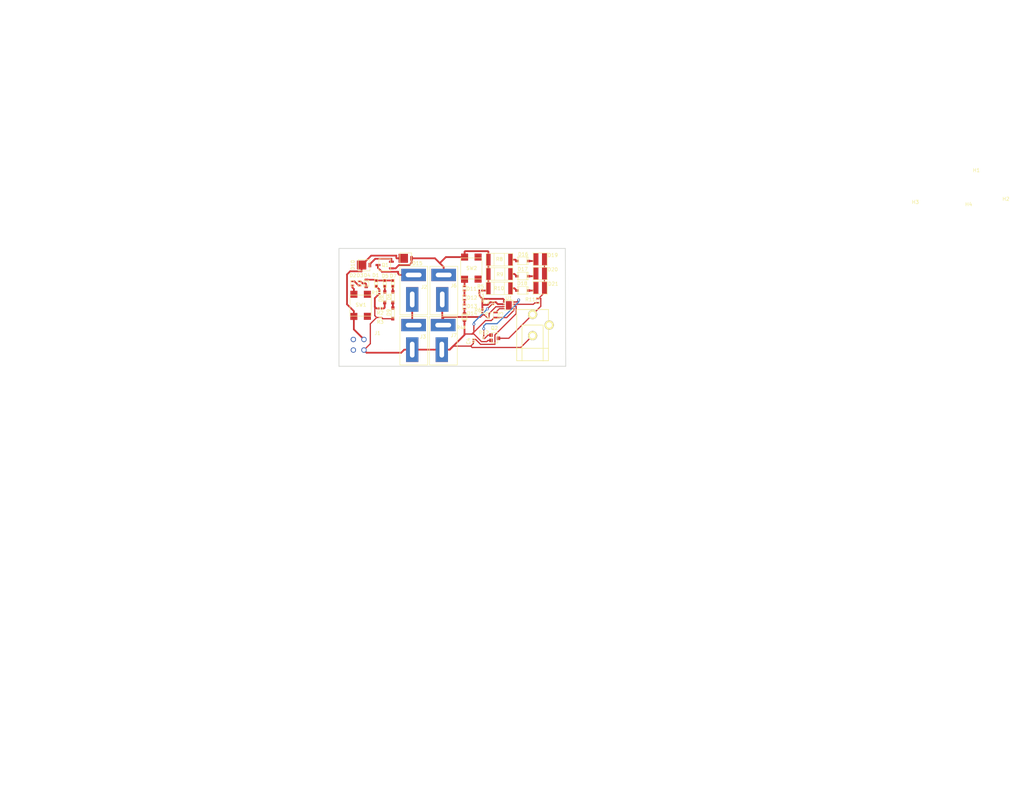
<source format=kicad_pcb>
(kicad_pcb (version 20171130) (host pcbnew "(5.0.1)-3")

  (general
    (thickness 1.6)
    (drawings 8)
    (tracks 227)
    (zones 0)
    (modules 52)
    (nets 37)
  )

  (page A4)
  (layers
    (0 F.Cu signal)
    (31 B.Cu signal)
    (32 B.Adhes user)
    (33 F.Adhes user)
    (34 B.Paste user)
    (35 F.Paste user)
    (36 B.SilkS user)
    (37 F.SilkS user)
    (38 B.Mask user)
    (39 F.Mask user)
    (40 Dwgs.User user)
    (41 Cmts.User user)
    (42 Eco1.User user)
    (43 Eco2.User user)
    (44 Edge.Cuts user)
    (45 Margin user)
    (46 B.CrtYd user)
    (47 F.CrtYd user)
    (48 B.Fab user)
    (49 F.Fab user)
  )

  (setup
    (last_trace_width 0.35)
    (trace_clearance 0.2)
    (zone_clearance 0.508)
    (zone_45_only no)
    (trace_min 0.2)
    (segment_width 0.2)
    (edge_width 0.15)
    (via_size 0.8)
    (via_drill 0.4)
    (via_min_size 0.4)
    (via_min_drill 0.3)
    (uvia_size 0.3)
    (uvia_drill 0.1)
    (uvias_allowed no)
    (uvia_min_size 0.2)
    (uvia_min_drill 0.1)
    (pcb_text_width 0.3)
    (pcb_text_size 1.5 1.5)
    (mod_edge_width 0.15)
    (mod_text_size 1 1)
    (mod_text_width 0.15)
    (pad_size 0.6 0.3)
    (pad_drill 0)
    (pad_to_mask_clearance 0.051)
    (solder_mask_min_width 0.25)
    (aux_axis_origin 0 0)
    (visible_elements 7FFFFFFF)
    (pcbplotparams
      (layerselection 0x010f4_ffffffff)
      (usegerberextensions false)
      (usegerberattributes false)
      (usegerberadvancedattributes false)
      (creategerberjobfile false)
      (excludeedgelayer true)
      (linewidth 0.100000)
      (plotframeref false)
      (viasonmask false)
      (mode 1)
      (useauxorigin false)
      (hpglpennumber 1)
      (hpglpenspeed 20)
      (hpglpendiameter 15.000000)
      (psnegative false)
      (psa4output false)
      (plotreference true)
      (plotvalue false)
      (plotinvisibletext false)
      (padsonsilk false)
      (subtractmaskfromsilk true)
      (outputformat 1)
      (mirror false)
      (drillshape 0)
      (scaleselection 1)
      (outputdirectory "GERBERS/"))
  )

  (net 0 "")
  (net 1 "Net-(J2-Pad2)")
  (net 2 "Net-(J2-Pad1)")
  (net 3 "Net-(D10-Pad1)")
  (net 4 "Net-(D10-Pad2)")
  (net 5 "Net-(D15-Pad1)")
  (net 6 GNDS)
  (net 7 "Net-(C1-Pad2)")
  (net 8 "Net-(C1-Pad1)")
  (net 9 "Net-(C3-Pad1)")
  (net 10 "Net-(C4-Pad1)")
  (net 11 "Net-(D1-Pad1)")
  (net 12 "Net-(D1-Pad2)")
  (net 13 "Net-(D2-Pad1)")
  (net 14 "Net-(D2-Pad2)")
  (net 15 "Net-(D3-Pad1)")
  (net 16 "Net-(D5-Pad1)")
  (net 17 "Net-(D6-Pad2)")
  (net 18 "Net-(D7-Pad1)")
  (net 19 "Net-(D8-Pad2)")
  (net 20 "Net-(D9-Pad2)")
  (net 21 "Net-(D11-Pad1)")
  (net 22 "Net-(D11-Pad2)")
  (net 23 "Net-(D12-Pad1)")
  (net 24 "Net-(D13-Pad1)")
  (net 25 "Net-(D14-Pad2)")
  (net 26 "Net-(D16-Pad2)")
  (net 27 "Net-(D16-Pad1)")
  (net 28 "Net-(D17-Pad1)")
  (net 29 "Net-(D17-Pad2)")
  (net 30 "Net-(D18-Pad1)")
  (net 31 "Net-(D18-Pad2)")
  (net 32 "Net-(D19-Pad2)")
  (net 33 "Net-(J6-Pad2)")
  (net 34 "Net-(Q2-Pad2)")
  (net 35 "Net-(R7-Pad1)")
  (net 36 "Net-(R12-Pad2)")

  (net_class Default "This is the default net class."
    (clearance 0.2)
    (trace_width 0.35)
    (via_dia 0.8)
    (via_drill 0.4)
    (uvia_dia 0.3)
    (uvia_drill 0.1)
    (add_net GNDS)
    (add_net "Net-(C1-Pad1)")
    (add_net "Net-(C1-Pad2)")
    (add_net "Net-(C3-Pad1)")
    (add_net "Net-(C4-Pad1)")
    (add_net "Net-(D1-Pad1)")
    (add_net "Net-(D1-Pad2)")
    (add_net "Net-(D10-Pad1)")
    (add_net "Net-(D10-Pad2)")
    (add_net "Net-(D11-Pad1)")
    (add_net "Net-(D11-Pad2)")
    (add_net "Net-(D12-Pad1)")
    (add_net "Net-(D13-Pad1)")
    (add_net "Net-(D14-Pad2)")
    (add_net "Net-(D15-Pad1)")
    (add_net "Net-(D16-Pad1)")
    (add_net "Net-(D16-Pad2)")
    (add_net "Net-(D17-Pad1)")
    (add_net "Net-(D17-Pad2)")
    (add_net "Net-(D18-Pad1)")
    (add_net "Net-(D18-Pad2)")
    (add_net "Net-(D19-Pad2)")
    (add_net "Net-(D2-Pad1)")
    (add_net "Net-(D2-Pad2)")
    (add_net "Net-(D3-Pad1)")
    (add_net "Net-(D5-Pad1)")
    (add_net "Net-(D6-Pad2)")
    (add_net "Net-(D7-Pad1)")
    (add_net "Net-(D8-Pad2)")
    (add_net "Net-(D9-Pad2)")
    (add_net "Net-(J2-Pad1)")
    (add_net "Net-(J2-Pad2)")
    (add_net "Net-(J6-Pad2)")
    (add_net "Net-(Q2-Pad2)")
    (add_net "Net-(R12-Pad2)")
    (add_net "Net-(R7-Pad1)")
  )

  (module SOAR_Kicad_Library-master:CUI_PJ-102A_2.5mm_DC_JACK (layer F.Cu) (tedit 5A244A91) (tstamp 5C95FFAA)
    (at 147.701 99.949 180)
    (path /5C96C8AB)
    (fp_text reference J8 (at 0 5.08 180) (layer F.SilkS) hide
      (effects (font (size 0.762 0.762) (thickness 0.1524)))
    )
    (fp_text value Barrel_Jack_INPUT (at 124.206 -82.296 180) (layer F.SilkS) hide
      (effects (font (size 0.762 0.762) (thickness 0.1524)))
    )
    (fp_text user J2 (at 0.39 0.302 180) (layer F.Fab)
      (effects (font (size 1 1) (thickness 0.15)))
    )
    (fp_line (start 3 -10.1) (end 3 0) (layer F.SilkS) (width 0.2032))
    (fp_line (start 3 0) (end -3 0) (layer F.SilkS) (width 0.2032))
    (fp_line (start -3 0) (end -3 -10.2) (layer F.SilkS) (width 0.2032))
    (fp_line (start -4.5 -6.6) (end 4.5 -6.6) (layer F.SilkS) (width 0.2032))
    (fp_line (start -4.5 4.4) (end 4.5 4.4) (layer F.SilkS) (width 0.2032))
    (fp_line (start 4.5 4.4) (end 4.5 -10.1) (layer F.SilkS) (width 0.2032))
    (fp_line (start 4.5 -10.1) (end -4.5 -10.1) (layer F.SilkS) (width 0.2032))
    (fp_line (start -4.5 -10.1) (end -4.5 4.4) (layer F.SilkS) (width 0.2032))
    (pad 1 thru_hole circle (at 0 3 180) (size 2.6 2.6) (drill 1.6) (layers *.Cu *.Mask F.SilkS)
      (net 32 "Net-(D19-Pad2)"))
    (pad 2 thru_hole circle (at 0 -3 180) (size 2.6 2.6) (drill 1.6) (layers *.Cu *.Mask F.SilkS)
      (net 6 GNDS))
    (pad 3 thru_hole circle (at -4.7 0 180) (size 2.6 2.6) (drill 1.6) (layers *.Cu *.Mask F.SilkS))
  )

  (module "New_Library:CL05B104KP5NNNC (0.1uF)" (layer F.Cu) (tedit 5C95DFED) (tstamp 5C95FE37)
    (at 133.477 92.837 270)
    (path /5C95365A)
    (fp_text reference C1 (at -1.27 0.254) (layer F.SilkS)
      (effects (font (size 1 1) (thickness 0.15)))
    )
    (fp_text value 0.1uF (at 20.5105 -90.5383 270) (layer F.Fab)
      (effects (font (size 1 1) (thickness 0.15)))
    )
    (fp_line (start 0.508 -0.2921) (end -0.508 -0.2921) (layer F.SilkS) (width 0.15))
    (fp_line (start 0.508 0.2921) (end 0.508 -0.2921) (layer F.SilkS) (width 0.15))
    (fp_line (start -0.508 0.3048) (end 0.508 0.2921) (layer F.SilkS) (width 0.15))
    (fp_line (start -0.508 -0.2794) (end -0.508 0.3048) (layer F.SilkS) (width 0.15))
    (pad 2 smd rect (at 0.3175 0.0127 270) (size 0.35 0.55) (layers F.Cu F.Paste F.Mask)
      (net 7 "Net-(C1-Pad2)"))
    (pad 1 smd rect (at -0.3175 0.0127 270) (size 0.35 0.55) (layers F.Cu F.Paste F.Mask)
      (net 8 "Net-(C1-Pad1)"))
  )

  (module "New_Library:CL05B104KP5NNNC (0.1uF)" (layer F.Cu) (tedit 5C95DFED) (tstamp 5C95FE41)
    (at 136.5377 93.7895 270)
    (path /5C9536EC)
    (fp_text reference C2 (at -0.4445 1.9177) (layer F.SilkS)
      (effects (font (size 1 1) (thickness 0.15)))
    )
    (fp_text value 0.1uF (at 45.847 -62.738 270) (layer F.Fab)
      (effects (font (size 1 1) (thickness 0.15)))
    )
    (fp_line (start -0.508 -0.2794) (end -0.508 0.3048) (layer F.SilkS) (width 0.15))
    (fp_line (start -0.508 0.3048) (end 0.508 0.2921) (layer F.SilkS) (width 0.15))
    (fp_line (start 0.508 0.2921) (end 0.508 -0.2921) (layer F.SilkS) (width 0.15))
    (fp_line (start 0.508 -0.2921) (end -0.508 -0.2921) (layer F.SilkS) (width 0.15))
    (pad 1 smd rect (at -0.3175 0.0127 270) (size 0.35 0.55) (layers F.Cu F.Paste F.Mask)
      (net 7 "Net-(C1-Pad2)"))
    (pad 2 smd rect (at 0.3175 0.0127 270) (size 0.35 0.55) (layers F.Cu F.Paste F.Mask)
      (net 6 GNDS))
  )

  (module "New_Library:CL21B334KBFNNNE (0.33uF)" (layer F.Cu) (tedit 5C95E0E6) (tstamp 5C96097D)
    (at 137.287 97.155 270)
    (path /5C959C17)
    (fp_text reference C3 (at 0 -1.524 270) (layer F.SilkS)
      (effects (font (size 1 1) (thickness 0.15)))
    )
    (fp_text value 0.33uF (at -17.78 79.248 270) (layer F.Fab)
      (effects (font (size 1 1) (thickness 0.15)))
    )
    (fp_line (start -1.0668 0.7112) (end 0.9398 0.7112) (layer F.SilkS) (width 0.15))
    (fp_line (start 0.9525 0.7112) (end 0.9525 -0.6223) (layer F.SilkS) (width 0.15))
    (fp_line (start 0.9525 -0.6223) (end -1.0541 -0.6223) (layer F.SilkS) (width 0.15))
    (fp_line (start -1.0541 -0.6223) (end -1.0541 0.6858) (layer F.SilkS) (width 0.15))
    (pad 1 smd rect (at -0.7747 0.0635 270) (size 0.5 1.25) (layers F.Cu F.Paste F.Mask)
      (net 9 "Net-(C3-Pad1)"))
    (pad 2 smd rect (at 0.6731 0.0762 270) (size 0.5 1.25) (layers F.Cu F.Paste F.Mask)
      (net 6 GNDS))
  )

  (module "New_Library:CL05B104KP5NNNC (0.1uF)" (layer F.Cu) (tedit 5C95DFED) (tstamp 5C95FE55)
    (at 130.9497 104.3305 270)
    (path /5C94EB71)
    (fp_text reference C4 (at 0.1905 1.4097 270) (layer F.SilkS)
      (effects (font (size 1 1) (thickness 0.15)))
    )
    (fp_text value 0.1uF (at -47.4345 -62.9793 270) (layer F.Fab)
      (effects (font (size 1 1) (thickness 0.15)))
    )
    (fp_line (start -0.508 -0.2794) (end -0.508 0.3048) (layer F.SilkS) (width 0.15))
    (fp_line (start -0.508 0.3048) (end 0.508 0.2921) (layer F.SilkS) (width 0.15))
    (fp_line (start 0.508 0.2921) (end 0.508 -0.2921) (layer F.SilkS) (width 0.15))
    (fp_line (start 0.508 -0.2921) (end -0.508 -0.2921) (layer F.SilkS) (width 0.15))
    (pad 1 smd rect (at -0.3175 0.0127 270) (size 0.35 0.55) (layers F.Cu F.Paste F.Mask)
      (net 10 "Net-(C4-Pad1)"))
    (pad 2 smd rect (at 0.3175 0.0127 270) (size 0.35 0.55) (layers F.Cu F.Paste F.Mask)
      (net 6 GNDS))
  )

  (module "New_Library:SML-D12U1WT86 (2.05V 10mA)" (layer F.Cu) (tedit 5C95E990) (tstamp 5C95FE61)
    (at 103.378 88.138 180)
    (path /5C96C041)
    (fp_text reference D1 (at 0.127 2.286 180) (layer F.SilkS)
      (effects (font (size 1 1) (thickness 0.15)))
    )
    (fp_text value 2.05V (at -105.41 -17.526 180) (layer F.Fab)
      (effects (font (size 1 1) (thickness 0.15)))
    )
    (fp_line (start -0.46228 -1.2446) (end -0.4572 1.2446) (layer F.SilkS) (width 0.15))
    (fp_line (start -0.46228 1.23444) (end 0.41656 1.23444) (layer F.SilkS) (width 0.15))
    (fp_line (start 0.41656 1.23444) (end 0.41656 -1.2446) (layer F.SilkS) (width 0.15))
    (fp_line (start 0.41656 -1.2446) (end -0.45212 -1.2446) (layer F.SilkS) (width 0.15))
    (fp_line (start -0.47244 -0.37084) (end 0.44196 -0.37084) (layer F.SilkS) (width 0.15))
    (fp_line (start -0.46736 0.35052) (end 0.37084 0.35052) (layer F.SilkS) (width 0.15))
    (pad 1 smd rect (at -0.02032 -0.82804 180) (size 0.8 0.8) (layers F.Cu F.Paste F.Mask)
      (net 11 "Net-(D1-Pad1)"))
    (pad 2 smd rect (at -0.01016 0.81788 180) (size 0.8 0.8) (layers F.Cu F.Paste F.Mask)
      (net 12 "Net-(D1-Pad2)"))
  )

  (module "New_Library:LTST-C190KFKT (2.05V 30mA)" (layer F.Cu) (tedit 5C95E75E) (tstamp 5C95FE6B)
    (at 96.647 88.138)
    (path /5C96BDF0)
    (fp_text reference D2 (at 0.127 -2.286) (layer F.SilkS)
      (effects (font (size 1 1) (thickness 0.15)))
    )
    (fp_text value 2.05V (at -86.106 1.524) (layer F.Fab)
      (effects (font (size 1 1) (thickness 0.15)))
    )
    (fp_line (start -0.44196 -0.78232) (end -0.44196 0.80772) (layer F.SilkS) (width 0.15))
    (fp_line (start -0.41656 0.80772) (end 0.43688 0.80772) (layer F.SilkS) (width 0.15))
    (fp_line (start 0.43688 0.80772) (end 0.43688 -0.8128) (layer F.SilkS) (width 0.15))
    (fp_line (start 0.43688 -0.8128) (end -0.42672 -0.8128) (layer F.SilkS) (width 0.15))
    (pad 1 smd rect (at 0.00508 -0.635) (size 1 0.5) (layers F.Cu F.Paste F.Mask)
      (net 13 "Net-(D2-Pad1)"))
    (pad 2 smd rect (at 0 0.61976) (size 1 0.5) (layers F.Cu F.Paste F.Mask)
      (net 14 "Net-(D2-Pad2)"))
  )

  (module "New_Library:LTST-C190KFKT (2.05V 30mA)" (layer F.Cu) (tedit 5C95E75E) (tstamp 5C95FE75)
    (at 98.679 88.138)
    (path /5C96BF19)
    (fp_text reference D3 (at 0.127 -2.286) (layer F.SilkS)
      (effects (font (size 1 1) (thickness 0.15)))
    )
    (fp_text value 2.05V (at -95.504 -33.528) (layer F.Fab)
      (effects (font (size 1 1) (thickness 0.15)))
    )
    (fp_line (start 0.43688 -0.8128) (end -0.42672 -0.8128) (layer F.SilkS) (width 0.15))
    (fp_line (start 0.43688 0.80772) (end 0.43688 -0.8128) (layer F.SilkS) (width 0.15))
    (fp_line (start -0.41656 0.80772) (end 0.43688 0.80772) (layer F.SilkS) (width 0.15))
    (fp_line (start -0.44196 -0.78232) (end -0.44196 0.80772) (layer F.SilkS) (width 0.15))
    (pad 2 smd rect (at 0 0.61976) (size 1 0.5) (layers F.Cu F.Paste F.Mask)
      (net 13 "Net-(D2-Pad1)"))
    (pad 1 smd rect (at 0.00508 -0.635) (size 1 0.5) (layers F.Cu F.Paste F.Mask)
      (net 15 "Net-(D3-Pad1)"))
  )

  (module "New_Library:BAT42WS-7-F (0.44V 30mA)" (layer F.Cu) (tedit 5C95E87B) (tstamp 5C95FE81)
    (at 100.584 88.138 180)
    (path /5C96BA65)
    (fp_text reference D4 (at -0.254 2.286) (layer F.SilkS)
      (effects (font (size 1 1) (thickness 0.15)))
    )
    (fp_text value 440mV (at -1.524 -76.835 180) (layer F.Fab)
      (effects (font (size 1 1) (thickness 0.15)))
    )
    (fp_line (start -0.6858 0.49276) (end 0.69088 0.49276) (layer F.SilkS) (width 0.15))
    (fp_line (start -0.70104 -0.52832) (end 0.67056 -0.52832) (layer F.SilkS) (width 0.15))
    (fp_line (start 0.69596 -0.92456) (end -0.71628 -0.92456) (layer F.SilkS) (width 0.15))
    (fp_line (start 0.69596 0.89916) (end 0.69596 -0.92456) (layer F.SilkS) (width 0.15))
    (fp_line (start -0.71628 0.89916) (end 0.69596 0.89916) (layer F.SilkS) (width 0.15))
    (fp_line (start -0.71628 -0.89916) (end -0.71628 0.89916) (layer F.SilkS) (width 0.15))
    (pad 2 smd rect (at 0 1.05156 180) (size 1 0.6) (layers F.Cu F.Paste F.Mask)
      (net 12 "Net-(D1-Pad2)"))
    (pad 1 smd rect (at 0.02032 -1.0414 180) (size 1 0.6) (layers F.Cu F.Paste F.Mask)
      (net 15 "Net-(D3-Pad1)"))
  )

  (module "New_Library:SML-D12U1WT86 (2.05V 10mA)" (layer F.Cu) (tedit 5C95E990) (tstamp 5C95FE8D)
    (at 105.791 88.138 180)
    (path /5C96C16E)
    (fp_text reference D5 (at -0.127 2.159 180) (layer F.SilkS)
      (effects (font (size 1 1) (thickness 0.15)))
    )
    (fp_text value 2.05V (at 81.407 20.066 180) (layer F.Fab)
      (effects (font (size 1 1) (thickness 0.15)))
    )
    (fp_line (start -0.46736 0.35052) (end 0.37084 0.35052) (layer F.SilkS) (width 0.15))
    (fp_line (start -0.47244 -0.37084) (end 0.44196 -0.37084) (layer F.SilkS) (width 0.15))
    (fp_line (start 0.41656 -1.2446) (end -0.45212 -1.2446) (layer F.SilkS) (width 0.15))
    (fp_line (start 0.41656 1.23444) (end 0.41656 -1.2446) (layer F.SilkS) (width 0.15))
    (fp_line (start -0.46228 1.23444) (end 0.41656 1.23444) (layer F.SilkS) (width 0.15))
    (fp_line (start -0.46228 -1.2446) (end -0.4572 1.2446) (layer F.SilkS) (width 0.15))
    (pad 2 smd rect (at -0.01016 0.81788 180) (size 0.8 0.8) (layers F.Cu F.Paste F.Mask)
      (net 12 "Net-(D1-Pad2)"))
    (pad 1 smd rect (at -0.02032 -0.82804 180) (size 0.8 0.8) (layers F.Cu F.Paste F.Mask)
      (net 16 "Net-(D5-Pad1)"))
  )

  (module "New_Library:BAT46W-E3-08(0.4V10mA)" (layer F.Cu) (tedit 5C95EA58) (tstamp 5C95FE97)
    (at 105.41 92.075 270)
    (path /5C96C58B)
    (fp_text reference D6 (at -0.127 -1.651 90) (layer F.SilkS)
      (effects (font (size 1 1) (thickness 0.15)))
    )
    (fp_text value 400mV (at -62.103 91.44 270) (layer F.Fab)
      (effects (font (size 1 1) (thickness 0.15)))
    )
    (fp_line (start -1.25476 -0.85852) (end 1.25984 -0.85852) (layer F.SilkS) (width 0.15))
    (fp_line (start 1.25984 -0.85852) (end 1.25984 0.01524) (layer F.SilkS) (width 0.15))
    (fp_line (start 1.25984 0.01524) (end -1.28524 0.01524) (layer F.SilkS) (width 0.15))
    (fp_line (start -1.28524 0.01524) (end -1.28016 -0.84836) (layer F.SilkS) (width 0.15))
    (pad 1 smd rect (at -1.54432 -0.42164 270) (size 1 0.9) (layers F.Cu F.Paste F.Mask)
      (net 16 "Net-(D5-Pad1)"))
    (pad 2 smd rect (at 1.50876 -0.381 270) (size 1 0.9) (layers F.Cu F.Paste F.Mask)
      (net 17 "Net-(D6-Pad2)"))
  )

  (module "New_Library:SML-D12U1WT86 (2.05V 10mA)" (layer F.Cu) (tedit 5C95E990) (tstamp 5C95FEA3)
    (at 108.077 88.138 180)
    (path /5C96C29A)
    (fp_text reference D7 (at -0.127 2.159 180) (layer F.SilkS)
      (effects (font (size 1 1) (thickness 0.15)))
    )
    (fp_text value 2.05V (at -86.868 -15.875 180) (layer F.Fab)
      (effects (font (size 1 1) (thickness 0.15)))
    )
    (fp_line (start -0.46228 -1.2446) (end -0.4572 1.2446) (layer F.SilkS) (width 0.15))
    (fp_line (start -0.46228 1.23444) (end 0.41656 1.23444) (layer F.SilkS) (width 0.15))
    (fp_line (start 0.41656 1.23444) (end 0.41656 -1.2446) (layer F.SilkS) (width 0.15))
    (fp_line (start 0.41656 -1.2446) (end -0.45212 -1.2446) (layer F.SilkS) (width 0.15))
    (fp_line (start -0.47244 -0.37084) (end 0.44196 -0.37084) (layer F.SilkS) (width 0.15))
    (fp_line (start -0.46736 0.35052) (end 0.37084 0.35052) (layer F.SilkS) (width 0.15))
    (pad 1 smd rect (at -0.02032 -0.82804 180) (size 0.8 0.8) (layers F.Cu F.Paste F.Mask)
      (net 18 "Net-(D7-Pad1)"))
    (pad 2 smd rect (at -0.01016 0.81788 180) (size 0.8 0.8) (layers F.Cu F.Paste F.Mask)
      (net 12 "Net-(D1-Pad2)"))
  )

  (module "New_Library:BAT46W-E3-08(0.4V10mA)" (layer F.Cu) (tedit 5C95EA58) (tstamp 5C95FEAD)
    (at 107.696 92.075 270)
    (path /5C96C65C)
    (fp_text reference D8 (at 0.381 3.048 270) (layer F.SilkS)
      (effects (font (size 1 1) (thickness 0.15)))
    )
    (fp_text value 400mV (at -9.398 75.184 270) (layer F.Fab)
      (effects (font (size 1 1) (thickness 0.15)))
    )
    (fp_line (start -1.28524 0.01524) (end -1.28016 -0.84836) (layer F.SilkS) (width 0.15))
    (fp_line (start 1.25984 0.01524) (end -1.28524 0.01524) (layer F.SilkS) (width 0.15))
    (fp_line (start 1.25984 -0.85852) (end 1.25984 0.01524) (layer F.SilkS) (width 0.15))
    (fp_line (start -1.25476 -0.85852) (end 1.25984 -0.85852) (layer F.SilkS) (width 0.15))
    (pad 2 smd rect (at 1.50876 -0.381 270) (size 1 0.9) (layers F.Cu F.Paste F.Mask)
      (net 19 "Net-(D8-Pad2)"))
    (pad 1 smd rect (at -1.54432 -0.42164 270) (size 1 0.9) (layers F.Cu F.Paste F.Mask)
      (net 18 "Net-(D7-Pad1)"))
  )

  (module "New_Library:BAT46W-E3-08(0.4V10mA)" (layer F.Cu) (tedit 5C95EA58) (tstamp 5C95FEB7)
    (at 107.696 96.647 270)
    (path /5C96C732)
    (fp_text reference D9 (at -0.254 0.762 270) (layer F.SilkS)
      (effects (font (size 1 1) (thickness 0.15)))
    )
    (fp_text value 400mV (at -58.166 -71.501 270) (layer F.Fab)
      (effects (font (size 1 1) (thickness 0.15)))
    )
    (fp_line (start -1.25476 -0.85852) (end 1.25984 -0.85852) (layer F.SilkS) (width 0.15))
    (fp_line (start 1.25984 -0.85852) (end 1.25984 0.01524) (layer F.SilkS) (width 0.15))
    (fp_line (start 1.25984 0.01524) (end -1.28524 0.01524) (layer F.SilkS) (width 0.15))
    (fp_line (start -1.28524 0.01524) (end -1.28016 -0.84836) (layer F.SilkS) (width 0.15))
    (pad 1 smd rect (at -1.54432 -0.42164 270) (size 1 0.9) (layers F.Cu F.Paste F.Mask)
      (net 19 "Net-(D8-Pad2)"))
    (pad 2 smd rect (at 1.50876 -0.381 270) (size 1 0.9) (layers F.Cu F.Paste F.Mask)
      (net 20 "Net-(D9-Pad2)"))
  )

  (module "New_Library:UPS115U (Diode 0.22V)" (layer F.Cu) (tedit 5C6F5675) (tstamp 5C95FEC2)
    (at 100.584 82.931)
    (path /5C6F4E37)
    (fp_text reference D10 (at -3.81 0 90) (layer F.SilkS)
      (effects (font (size 1 1) (thickness 0.15)))
    )
    (fp_text value 220mV (at -79.121 -26.924) (layer F.Fab)
      (effects (font (size 1 1) (thickness 0.15)))
    )
    (fp_line (start 1.016 -1.524) (end 1.016 -0.762) (layer F.SilkS) (width 0.15))
    (fp_line (start -2.286 -1.524) (end 1.016 -1.524) (layer F.SilkS) (width 0.15))
    (fp_line (start -2.286 1.651) (end -2.286 -1.524) (layer F.SilkS) (width 0.15))
    (fp_line (start 1.016 1.651) (end -2.286 1.651) (layer F.SilkS) (width 0.15))
    (fp_line (start 1.016 -0.889) (end 1.016 1.651) (layer F.SilkS) (width 0.15))
    (pad 1 smd rect (at 1.02 0) (size 0.76 1.27) (layers F.Cu F.Paste F.Mask)
      (net 3 "Net-(D10-Pad1)"))
    (pad 2 smd rect (at -1.335 0) (size 2.67 2.54) (layers F.Cu F.Paste F.Mask)
      (net 4 "Net-(D10-Pad2)"))
  )

  (module "New_Library:LTST-C190KFKT (2.05V 30mA)" (layer F.Cu) (tedit 5C95E75E) (tstamp 5C95FECC)
    (at 128.397 89.535 180)
    (path /5CA00CD3)
    (fp_text reference D11 (at -2.032 -0.127 180) (layer F.SilkS)
      (effects (font (size 1 1) (thickness 0.15)))
    )
    (fp_text value 2.05V (at 14.224 69.977 180) (layer F.Fab)
      (effects (font (size 1 1) (thickness 0.15)))
    )
    (fp_line (start -0.44196 -0.78232) (end -0.44196 0.80772) (layer F.SilkS) (width 0.15))
    (fp_line (start -0.41656 0.80772) (end 0.43688 0.80772) (layer F.SilkS) (width 0.15))
    (fp_line (start 0.43688 0.80772) (end 0.43688 -0.8128) (layer F.SilkS) (width 0.15))
    (fp_line (start 0.43688 -0.8128) (end -0.42672 -0.8128) (layer F.SilkS) (width 0.15))
    (pad 1 smd rect (at 0.00508 -0.635 180) (size 1 0.5) (layers F.Cu F.Paste F.Mask)
      (net 21 "Net-(D11-Pad1)"))
    (pad 2 smd rect (at 0 0.61976 180) (size 1 0.5) (layers F.Cu F.Paste F.Mask)
      (net 22 "Net-(D11-Pad2)"))
  )

  (module "New_Library:LTST-C190KFKT (2.05V 30mA)" (layer F.Cu) (tedit 5C95E75E) (tstamp 5C95FED6)
    (at 128.397 92.202 180)
    (path /5C9BB3F6)
    (fp_text reference D12 (at -2.159 0 180) (layer F.SilkS)
      (effects (font (size 1 1) (thickness 0.15)))
    )
    (fp_text value 2.05V (at 29.464 79.502 180) (layer F.Fab)
      (effects (font (size 1 1) (thickness 0.15)))
    )
    (fp_line (start -0.44196 -0.78232) (end -0.44196 0.80772) (layer F.SilkS) (width 0.15))
    (fp_line (start -0.41656 0.80772) (end 0.43688 0.80772) (layer F.SilkS) (width 0.15))
    (fp_line (start 0.43688 0.80772) (end 0.43688 -0.8128) (layer F.SilkS) (width 0.15))
    (fp_line (start 0.43688 -0.8128) (end -0.42672 -0.8128) (layer F.SilkS) (width 0.15))
    (pad 1 smd rect (at 0.00508 -0.635 180) (size 1 0.5) (layers F.Cu F.Paste F.Mask)
      (net 23 "Net-(D12-Pad1)"))
    (pad 2 smd rect (at 0 0.61976 180) (size 1 0.5) (layers F.Cu F.Paste F.Mask)
      (net 21 "Net-(D11-Pad1)"))
  )

  (module "New_Library:LTST-C190KFKT (2.05V 30mA)" (layer F.Cu) (tedit 5C95E75E) (tstamp 5C95FEE0)
    (at 128.397 94.742 180)
    (path /5C9BB5F8)
    (fp_text reference D13 (at -2.159 0.127 180) (layer F.SilkS)
      (effects (font (size 1 1) (thickness 0.15)))
    )
    (fp_text value 2.05V (at -51.181 -78.994 180) (layer F.Fab)
      (effects (font (size 1 1) (thickness 0.15)))
    )
    (fp_line (start 0.43688 -0.8128) (end -0.42672 -0.8128) (layer F.SilkS) (width 0.15))
    (fp_line (start 0.43688 0.80772) (end 0.43688 -0.8128) (layer F.SilkS) (width 0.15))
    (fp_line (start -0.41656 0.80772) (end 0.43688 0.80772) (layer F.SilkS) (width 0.15))
    (fp_line (start -0.44196 -0.78232) (end -0.44196 0.80772) (layer F.SilkS) (width 0.15))
    (pad 2 smd rect (at 0 0.61976 180) (size 1 0.5) (layers F.Cu F.Paste F.Mask)
      (net 23 "Net-(D12-Pad1)"))
    (pad 1 smd rect (at 0.00508 -0.635 180) (size 1 0.5) (layers F.Cu F.Paste F.Mask)
      (net 24 "Net-(D13-Pad1)"))
  )

  (module "New_Library:BAT42WS-7-F (0.44V 30mA)" (layer F.Cu) (tedit 5C95E87B) (tstamp 5C95FEEC)
    (at 128.397 97.663)
    (path /5CA00E9F)
    (fp_text reference D14 (at 2.159 -1.016) (layer F.SilkS)
      (effects (font (size 1 1) (thickness 0.15)))
    )
    (fp_text value 440mV (at -94.488 -59.69) (layer F.Fab)
      (effects (font (size 1 1) (thickness 0.15)))
    )
    (fp_line (start -0.71628 -0.89916) (end -0.71628 0.89916) (layer F.SilkS) (width 0.15))
    (fp_line (start -0.71628 0.89916) (end 0.69596 0.89916) (layer F.SilkS) (width 0.15))
    (fp_line (start 0.69596 0.89916) (end 0.69596 -0.92456) (layer F.SilkS) (width 0.15))
    (fp_line (start 0.69596 -0.92456) (end -0.71628 -0.92456) (layer F.SilkS) (width 0.15))
    (fp_line (start -0.70104 -0.52832) (end 0.67056 -0.52832) (layer F.SilkS) (width 0.15))
    (fp_line (start -0.6858 0.49276) (end 0.69088 0.49276) (layer F.SilkS) (width 0.15))
    (pad 1 smd rect (at 0.02032 -1.0414) (size 1 0.6) (layers F.Cu F.Paste F.Mask)
      (net 24 "Net-(D13-Pad1)"))
    (pad 2 smd rect (at 0 1.05156) (size 1 0.6) (layers F.Cu F.Paste F.Mask)
      (net 25 "Net-(D14-Pad2)"))
  )

  (module "New_Library:UPS115U (Diode 0.22V)" (layer F.Cu) (tedit 5C6F5675) (tstamp 5C961F70)
    (at 112.395 81.026)
    (path /5C6C92D4)
    (fp_text reference D15 (at 2.667 1.397) (layer F.SilkS)
      (effects (font (size 1 1) (thickness 0.15)))
    )
    (fp_text value 220mV (at -54.102 -58.928) (layer F.Fab)
      (effects (font (size 1 1) (thickness 0.15)))
    )
    (fp_line (start 1.016 -0.889) (end 1.016 1.651) (layer F.SilkS) (width 0.15))
    (fp_line (start 1.016 1.651) (end -2.286 1.651) (layer F.SilkS) (width 0.15))
    (fp_line (start -2.286 1.651) (end -2.286 -1.524) (layer F.SilkS) (width 0.15))
    (fp_line (start -2.286 -1.524) (end 1.016 -1.524) (layer F.SilkS) (width 0.15))
    (fp_line (start 1.016 -1.524) (end 1.016 -0.762) (layer F.SilkS) (width 0.15))
    (pad 2 smd rect (at -1.335 0) (size 2.67 2.54) (layers F.Cu F.Paste F.Mask)
      (net 4 "Net-(D10-Pad2)"))
    (pad 1 smd rect (at 1.02 0) (size 0.76 1.27) (layers F.Cu F.Paste F.Mask)
      (net 5 "Net-(D15-Pad1)"))
  )

  (module "New_Library:PMEG1020EH (215mV diode)" (layer F.Cu) (tedit 5C95DE7A) (tstamp 5C95FF04)
    (at 144.907 81.788 270)
    (path /5C9882A8)
    (fp_text reference D16 (at -1.905 -0.127) (layer F.SilkS)
      (effects (font (size 1 1) (thickness 0.15)))
    )
    (fp_text value 215mV (at -65.786 14.732 270) (layer F.Fab)
      (effects (font (size 1 1) (thickness 0.15)))
    )
    (fp_line (start 1.016 1.143) (end -1.143 1.143) (layer F.SilkS) (width 0.15))
    (fp_line (start -1.143 -1.143) (end 1.016 -1.143) (layer F.SilkS) (width 0.15))
    (fp_line (start -1.143 1.524) (end -1.016 1.524) (layer F.SilkS) (width 0.15))
    (fp_line (start -1.143 -1.524) (end -1.143 1.524) (layer F.SilkS) (width 0.15))
    (fp_line (start 1.016 -1.524) (end -1.143 -1.524) (layer F.SilkS) (width 0.15))
    (fp_line (start 1.016 1.524) (end 1.016 -1.524) (layer F.SilkS) (width 0.15))
    (fp_line (start -1.016 1.524) (end 1.016 1.524) (layer F.SilkS) (width 0.15))
    (pad 2 smd rect (at 0 1.7 270) (size 0.7 0.9) (layers F.Cu F.Paste F.Mask)
      (net 26 "Net-(D16-Pad2)"))
    (pad 1 smd rect (at 0 -1.7 270) (size 0.7 0.9) (layers F.Cu F.Paste F.Mask)
      (net 27 "Net-(D16-Pad1)"))
  )

  (module "New_Library:PMEG1020EH (215mV diode)" (layer F.Cu) (tedit 5C95DE7A) (tstamp 5C95FF11)
    (at 144.907 86.106 270)
    (path /5C988450)
    (fp_text reference D17 (at -2.032 0) (layer F.SilkS)
      (effects (font (size 1 1) (thickness 0.15)))
    )
    (fp_text value 215mV (at 66.675 -10.668 270) (layer F.Fab)
      (effects (font (size 1 1) (thickness 0.15)))
    )
    (fp_line (start -1.016 1.524) (end 1.016 1.524) (layer F.SilkS) (width 0.15))
    (fp_line (start 1.016 1.524) (end 1.016 -1.524) (layer F.SilkS) (width 0.15))
    (fp_line (start 1.016 -1.524) (end -1.143 -1.524) (layer F.SilkS) (width 0.15))
    (fp_line (start -1.143 -1.524) (end -1.143 1.524) (layer F.SilkS) (width 0.15))
    (fp_line (start -1.143 1.524) (end -1.016 1.524) (layer F.SilkS) (width 0.15))
    (fp_line (start -1.143 -1.143) (end 1.016 -1.143) (layer F.SilkS) (width 0.15))
    (fp_line (start 1.016 1.143) (end -1.143 1.143) (layer F.SilkS) (width 0.15))
    (pad 1 smd rect (at 0 -1.7 270) (size 0.7 0.9) (layers F.Cu F.Paste F.Mask)
      (net 28 "Net-(D17-Pad1)"))
    (pad 2 smd rect (at 0 1.7 270) (size 0.7 0.9) (layers F.Cu F.Paste F.Mask)
      (net 29 "Net-(D17-Pad2)"))
  )

  (module "New_Library:PMEG1020EH (215mV diode)" (layer F.Cu) (tedit 5C95DE7A) (tstamp 5C95FF1E)
    (at 144.907 90.17 270)
    (path /5C98855C)
    (fp_text reference D18 (at -2.032 0.127) (layer F.SilkS)
      (effects (font (size 1 1) (thickness 0.15)))
    )
    (fp_text value 215mV (at 72.136 -24.384 270) (layer F.Fab)
      (effects (font (size 1 1) (thickness 0.15)))
    )
    (fp_line (start -1.016 1.524) (end 1.016 1.524) (layer F.SilkS) (width 0.15))
    (fp_line (start 1.016 1.524) (end 1.016 -1.524) (layer F.SilkS) (width 0.15))
    (fp_line (start 1.016 -1.524) (end -1.143 -1.524) (layer F.SilkS) (width 0.15))
    (fp_line (start -1.143 -1.524) (end -1.143 1.524) (layer F.SilkS) (width 0.15))
    (fp_line (start -1.143 1.524) (end -1.016 1.524) (layer F.SilkS) (width 0.15))
    (fp_line (start -1.143 -1.143) (end 1.016 -1.143) (layer F.SilkS) (width 0.15))
    (fp_line (start 1.016 1.143) (end -1.143 1.143) (layer F.SilkS) (width 0.15))
    (pad 1 smd rect (at 0 -1.7 270) (size 0.7 0.9) (layers F.Cu F.Paste F.Mask)
      (net 30 "Net-(D18-Pad1)"))
    (pad 2 smd rect (at 0 1.7 270) (size 0.7 0.9) (layers F.Cu F.Paste F.Mask)
      (net 31 "Net-(D18-Pad2)"))
  )

  (module "New_Library:XZMYH160S (2.5V LED)" (layer F.Cu) (tedit 5C95DC61) (tstamp 5C95FF28)
    (at 149.86 81.28)
    (path /5C987CBD)
    (fp_text reference D19 (at 3.556 -1.143) (layer F.SilkS)
      (effects (font (size 1 1) (thickness 0.15)))
    )
    (fp_text value 2.4V (at -69.342 -63.119) (layer F.Fab)
      (effects (font (size 1 1) (thickness 0.15)))
    )
    (fp_line (start 2.032 -1.778) (end 2.032 1.778) (layer F.SilkS) (width 0.15))
    (fp_line (start 2.032 1.778) (end -2.032 1.778) (layer F.SilkS) (width 0.15))
    (fp_line (start -2.032 1.778) (end -2.032 -1.778) (layer F.SilkS) (width 0.15))
    (fp_line (start -2.032 -1.778) (end 2.032 -1.778) (layer F.SilkS) (width 0.15))
    (pad 2 smd rect (at 1.2 0) (size 1.4 3.45) (layers F.Cu F.Paste F.Mask)
      (net 32 "Net-(D19-Pad2)"))
    (pad 1 smd rect (at -1.2 0) (size 1.4 3.45) (layers F.Cu F.Paste F.Mask)
      (net 27 "Net-(D16-Pad1)"))
  )

  (module "New_Library:XZMYH160S (2.5V LED)" (layer F.Cu) (tedit 5C95DC61) (tstamp 5C95FF32)
    (at 149.86 85.344)
    (path /5C987D64)
    (fp_text reference D20 (at 3.556 -1.143) (layer F.SilkS)
      (effects (font (size 1 1) (thickness 0.15)))
    )
    (fp_text value 2.4V (at -26.994 -49.911) (layer F.Fab)
      (effects (font (size 1 1) (thickness 0.15)))
    )
    (fp_line (start -2.032 -1.778) (end 2.032 -1.778) (layer F.SilkS) (width 0.15))
    (fp_line (start -2.032 1.778) (end -2.032 -1.778) (layer F.SilkS) (width 0.15))
    (fp_line (start 2.032 1.778) (end -2.032 1.778) (layer F.SilkS) (width 0.15))
    (fp_line (start 2.032 -1.778) (end 2.032 1.778) (layer F.SilkS) (width 0.15))
    (pad 1 smd rect (at -1.2 0) (size 1.4 3.45) (layers F.Cu F.Paste F.Mask)
      (net 28 "Net-(D17-Pad1)"))
    (pad 2 smd rect (at 1.2 0) (size 1.4 3.45) (layers F.Cu F.Paste F.Mask)
      (net 32 "Net-(D19-Pad2)"))
  )

  (module "New_Library:XZMYH160S (2.5V LED)" (layer F.Cu) (tedit 5C95DC61) (tstamp 5C95FF3C)
    (at 149.86 89.408)
    (path /5C987DFA)
    (fp_text reference D21 (at 3.683 -1.143) (layer F.SilkS)
      (effects (font (size 1 1) (thickness 0.15)))
    )
    (fp_text value 2.4V (at 18.542 -53.213) (layer F.Fab)
      (effects (font (size 1 1) (thickness 0.15)))
    )
    (fp_line (start 2.032 -1.778) (end 2.032 1.778) (layer F.SilkS) (width 0.15))
    (fp_line (start 2.032 1.778) (end -2.032 1.778) (layer F.SilkS) (width 0.15))
    (fp_line (start -2.032 1.778) (end -2.032 -1.778) (layer F.SilkS) (width 0.15))
    (fp_line (start -2.032 -1.778) (end 2.032 -1.778) (layer F.SilkS) (width 0.15))
    (pad 2 smd rect (at 1.2 0) (size 1.4 3.45) (layers F.Cu F.Paste F.Mask)
      (net 32 "Net-(D19-Pad2)"))
    (pad 1 smd rect (at -1.2 0) (size 1.4 3.45) (layers F.Cu F.Paste F.Mask)
      (net 30 "Net-(D18-Pad1)"))
  )

  (module MountingHole:MountingHole_3mm (layer F.Cu) (tedit 56D1B4CB) (tstamp 5C95FF44)
    (at 273.431 60.071)
    (descr "Mounting Hole 3mm, no annular")
    (tags "mounting hole 3mm no annular")
    (path /5C940750)
    (attr virtual)
    (fp_text reference H1 (at 0 -4) (layer F.SilkS)
      (effects (font (size 1 1) (thickness 0.15)))
    )
    (fp_text value MountingHole (at 0 4) (layer F.Fab)
      (effects (font (size 1 1) (thickness 0.15)))
    )
    (fp_circle (center 0 0) (end 3.25 0) (layer F.CrtYd) (width 0.05))
    (fp_circle (center 0 0) (end 3 0) (layer Cmts.User) (width 0.15))
    (fp_text user %R (at 0.3 0) (layer F.Fab)
      (effects (font (size 1 1) (thickness 0.15)))
    )
    (pad 1 np_thru_hole circle (at 0 0) (size 3 3) (drill 3) (layers *.Cu *.Mask))
  )

  (module MountingHole:MountingHole_3mm (layer F.Cu) (tedit 56D1B4CB) (tstamp 5C95FF4C)
    (at 281.813 68.199)
    (descr "Mounting Hole 3mm, no annular")
    (tags "mounting hole 3mm no annular")
    (path /5C940834)
    (attr virtual)
    (fp_text reference H2 (at 0 -4) (layer F.SilkS)
      (effects (font (size 1 1) (thickness 0.15)))
    )
    (fp_text value MountingHole (at 0 4) (layer F.Fab)
      (effects (font (size 1 1) (thickness 0.15)))
    )
    (fp_text user %R (at 0.3 0) (layer F.Fab)
      (effects (font (size 1 1) (thickness 0.15)))
    )
    (fp_circle (center 0 0) (end 3 0) (layer Cmts.User) (width 0.15))
    (fp_circle (center 0 0) (end 3.25 0) (layer F.CrtYd) (width 0.05))
    (pad 1 np_thru_hole circle (at 0 0) (size 3 3) (drill 3) (layers *.Cu *.Mask))
  )

  (module MountingHole:MountingHole_3mm (layer F.Cu) (tedit 56D1B4CB) (tstamp 5C95FF54)
    (at 256.159 69.088)
    (descr "Mounting Hole 3mm, no annular")
    (tags "mounting hole 3mm no annular")
    (path /5C9407C2)
    (attr virtual)
    (fp_text reference H3 (at 0 -4) (layer F.SilkS)
      (effects (font (size 1 1) (thickness 0.15)))
    )
    (fp_text value MountingHole (at 0 4) (layer F.Fab)
      (effects (font (size 1 1) (thickness 0.15)))
    )
    (fp_text user %R (at 0.3 0) (layer F.Fab)
      (effects (font (size 1 1) (thickness 0.15)))
    )
    (fp_circle (center 0 0) (end 3 0) (layer Cmts.User) (width 0.15))
    (fp_circle (center 0 0) (end 3.25 0) (layer F.CrtYd) (width 0.05))
    (pad 1 np_thru_hole circle (at 0 0) (size 3 3) (drill 3) (layers *.Cu *.Mask))
  )

  (module MountingHole:MountingHole_3mm (layer F.Cu) (tedit 56D1B4CB) (tstamp 5C95FF5C)
    (at 271.272 69.723)
    (descr "Mounting Hole 3mm, no annular")
    (tags "mounting hole 3mm no annular")
    (path /5C9408C4)
    (attr virtual)
    (fp_text reference H4 (at 0 -4) (layer F.SilkS)
      (effects (font (size 1 1) (thickness 0.15)))
    )
    (fp_text value MountingHole (at 0 4) (layer F.Fab)
      (effects (font (size 1 1) (thickness 0.15)))
    )
    (fp_circle (center 0 0) (end 3.25 0) (layer F.CrtYd) (width 0.05))
    (fp_circle (center 0 0) (end 3 0) (layer Cmts.User) (width 0.15))
    (fp_text user %R (at 0.3 0) (layer F.Fab)
      (effects (font (size 1 1) (thickness 0.15)))
    )
    (pad 1 np_thru_hole circle (at 0 0) (size 3 3) (drill 3) (layers *.Cu *.Mask))
  )

  (module SOAR_Kicad_Library-master:Molex_Micro-Fit_3.0_43045-0400_2x02_P3.00mm_Horizontal (layer F.Cu) (tedit 5AE4B473) (tstamp 5C95FF72)
    (at 108.839 105.537 90)
    (descr "Molex Micro-Fit 3.0 Connector System, 43045-0410 (compatible alternatives: 43045-0411, 43045-0409), 2 Pins per row (http://www.molex.com/pdm_docs/sd/430450210_sd.pdf), generated with kicad-footprint-generator")
    (tags "connector Molex Micro-Fit_3.0 top entry")
    (path /5CA30701)
    (attr smd)
    (fp_text reference J1 (at 3.302 -5.08) (layer F.SilkS)
      (effects (font (size 1 1) (thickness 0.15)))
    )
    (fp_text value OUTPUT (at -18.415 -102.489 180) (layer F.Fab)
      (effects (font (size 1 1) (thickness 0.15)))
    )
    (fp_line (start 5.4 -13) (end -5.4 -13) (layer F.CrtYd) (width 0.15))
    (fp_line (start 5.4 -3.1) (end 5.4 -13) (layer F.CrtYd) (width 0.15))
    (fp_line (start 4.3 0.5) (end 5.4 -3.1) (layer F.CrtYd) (width 0.15))
    (fp_line (start -4.3 0.5) (end 4.3 0.5) (layer F.CrtYd) (width 0.15))
    (fp_line (start -5.4 -3.2) (end -4.3 0.5) (layer F.CrtYd) (width 0.15))
    (fp_line (start -5.4 -13) (end -5.4 -3.2) (layer F.CrtYd) (width 0.15))
    (fp_line (start 0 0) (end -3.825 0) (layer F.Fab) (width 0.1))
    (fp_line (start -4.825 -3.17) (end -3.825 0) (layer F.Fab) (width 0.1))
    (fp_line (start -4.825 -9.91) (end -4.825 -3.17) (layer F.Fab) (width 0.1))
    (fp_line (start -4.825 -9.91) (end 4.825 -9.91) (layer F.Fab) (width 0.1))
    (fp_line (start 0 0) (end 3.825 0) (layer F.Fab) (width 0.1))
    (fp_line (start 4.8257 -3.17) (end 3.825 0) (layer F.Fab) (width 0.1))
    (fp_line (start 4.825 -9.91) (end 4.825 -3.17) (layer F.Fab) (width 0.1))
    (pad "" np_thru_hole circle (at 0 -4.6 270) (size 3 3) (drill 3) (layers *.Cu *.Mask))
    (pad 1 thru_hole circle (at 1.5 -8.92 270) (size 1.5 1.5) (drill 1) (layers *.Cu *.Mask)
      (net 4 "Net-(D10-Pad2)"))
    (pad 2 thru_hole circle (at -1.5 -8.92 270) (size 1.5 1.5) (drill 1) (layers *.Cu *.Mask)
      (net 6 GNDS))
    (pad 3 thru_hole circle (at 1.5 -11.92 270) (size 1.5 1.5) (drill 1) (layers *.Cu *.Mask))
    (pad 4 thru_hole circle (at -1.5 -11.92 270) (size 1.5 1.5) (drill 1) (layers *.Cu *.Mask))
    (model ${KISYS3DMOD}/Connector_Molex.3dshapes/Molex_Micro-Fit_3.0_43045-0410_2x02-1MP_P3.00mm_Horizontal.wrl
      (at (xyz 0 0 0))
      (scale (xyz 1 1 1))
      (rotate (xyz 0 0 0))
    )
  )

  (module "New_Library:deans connector" (layer F.Cu) (tedit 5C6F80D3) (tstamp 5C95FF7C)
    (at 110.998 86.741 180)
    (path /5C6DF565)
    (fp_text reference J2 (at -5.969 -2.413) (layer F.SilkS)
      (effects (font (size 1 1) (thickness 0.15)))
    )
    (fp_text value Secondary (at 102.87 -27.813 180) (layer F.Fab)
      (effects (font (size 1 1) (thickness 0.15)))
    )
    (fp_line (start -6.985 -10.287) (end -6.985 3.429) (layer F.SilkS) (width 0.15))
    (fp_line (start -6.985 3.429) (end 0.889 3.429) (layer F.SilkS) (width 0.15))
    (fp_line (start -6.985 -10.287) (end 0.889 -10.287) (layer F.SilkS) (width 0.15))
    (fp_line (start 0.889 -10.287) (end 0.889 3.429) (layer F.SilkS) (width 0.15))
    (pad 1 thru_hole rect (at -3 1 180) (size 7 3.5) (drill oval 4.5 1.3) (layers *.Cu *.Mask)
      (net 2 "Net-(J2-Pad1)"))
    (pad 2 thru_hole rect (at -2.6 -5.95 180) (size 3.5 7) (drill oval 1.3 4.5) (layers *.Cu *.Mask)
      (net 1 "Net-(J2-Pad2)"))
  )

  (module "New_Library:deans connector" (layer F.Cu) (tedit 5C6F80D3) (tstamp 5C95FF86)
    (at 110.998 100.965 180)
    (path /5C6DF5A9)
    (fp_text reference J3 (at -5.648 -2.267) (layer F.SilkS)
      (effects (font (size 1 1) (thickness 0.15)))
    )
    (fp_text value Secondary (at 101.854 -5.08 180) (layer F.Fab)
      (effects (font (size 1 1) (thickness 0.15)))
    )
    (fp_line (start 0.889 -10.287) (end 0.889 3.429) (layer F.SilkS) (width 0.15))
    (fp_line (start -6.985 -10.287) (end 0.889 -10.287) (layer F.SilkS) (width 0.15))
    (fp_line (start -6.985 3.429) (end 0.889 3.429) (layer F.SilkS) (width 0.15))
    (fp_line (start -6.985 -10.287) (end -6.985 3.429) (layer F.SilkS) (width 0.15))
    (pad 2 thru_hole rect (at -2.6 -5.95 180) (size 3.5 7) (drill oval 1.3 4.5) (layers *.Cu *.Mask)
      (net 6 GNDS))
    (pad 1 thru_hole rect (at -3 1 180) (size 7 3.5) (drill oval 4.5 1.3) (layers *.Cu *.Mask)
      (net 1 "Net-(J2-Pad2)"))
  )

  (module "New_Library:deans connector" (layer F.Cu) (tedit 5C6F80D3) (tstamp 5C95FF90)
    (at 119.507 86.741 180)
    (path /5C97B8D9)
    (fp_text reference J6 (at -5.842 -2.032) (layer F.SilkS)
      (effects (font (size 1 1) (thickness 0.15)))
    )
    (fp_text value Primary (at 76.708 76.835 180) (layer F.Fab)
      (effects (font (size 1 1) (thickness 0.15)))
    )
    (fp_line (start 0.889 -10.287) (end 0.889 3.429) (layer F.SilkS) (width 0.15))
    (fp_line (start -6.985 -10.287) (end 0.889 -10.287) (layer F.SilkS) (width 0.15))
    (fp_line (start -6.985 3.429) (end 0.889 3.429) (layer F.SilkS) (width 0.15))
    (fp_line (start -6.985 -10.287) (end -6.985 3.429) (layer F.SilkS) (width 0.15))
    (pad 2 thru_hole rect (at -2.6 -5.95 180) (size 3.5 7) (drill oval 1.3 4.5) (layers *.Cu *.Mask)
      (net 33 "Net-(J6-Pad2)"))
    (pad 1 thru_hole rect (at -3 1 180) (size 7 3.5) (drill oval 4.5 1.3) (layers *.Cu *.Mask)
      (net 5 "Net-(D15-Pad1)"))
  )

  (module "New_Library:deans connector" (layer F.Cu) (tedit 5C6F80D3) (tstamp 5C95FF9A)
    (at 119.38 100.965 180)
    (path /5C97B981)
    (fp_text reference J7 (at -5.969 -1.905) (layer F.SilkS)
      (effects (font (size 1 1) (thickness 0.15)))
    )
    (fp_text value Primary (at 79.629 53.975 180) (layer F.Fab)
      (effects (font (size 1 1) (thickness 0.15)))
    )
    (fp_line (start -6.985 -10.287) (end -6.985 3.429) (layer F.SilkS) (width 0.15))
    (fp_line (start -6.985 3.429) (end 0.889 3.429) (layer F.SilkS) (width 0.15))
    (fp_line (start -6.985 -10.287) (end 0.889 -10.287) (layer F.SilkS) (width 0.15))
    (fp_line (start 0.889 -10.287) (end 0.889 3.429) (layer F.SilkS) (width 0.15))
    (pad 1 thru_hole rect (at -3 1 180) (size 7 3.5) (drill oval 4.5 1.3) (layers *.Cu *.Mask)
      (net 33 "Net-(J6-Pad2)"))
    (pad 2 thru_hole rect (at -2.6 -5.95 180) (size 3.5 7) (drill oval 1.3 4.5) (layers *.Cu *.Mask)
      (net 6 GNDS))
  )

  (module "PowerManagementBoard:MCH3383(PMOS;0.8Vth)" (layer F.Cu) (tedit 5C6F51B8) (tstamp 5C95FFB7)
    (at 105.791 82.931 90)
    (path /5C716B1A)
    (fp_text reference Q1 (at 0 0.127 180) (layer F.SilkS)
      (effects (font (size 1 1) (thickness 0.15)))
    )
    (fp_text value Q_PMOS_GSD (at 48.133 -93.98 90) (layer F.Fab)
      (effects (font (size 1 1) (thickness 0.15)))
    )
    (fp_line (start -1.651 -1.651) (end 1.778 -1.651) (layer F.SilkS) (width 0.15))
    (fp_line (start 1.778 -1.397) (end 1.778 1.651) (layer F.SilkS) (width 0.15))
    (fp_line (start 1.778 1.651) (end -1.651 1.651) (layer F.SilkS) (width 0.15))
    (fp_line (start -1.651 1.651) (end -1.651 -1.397) (layer F.SilkS) (width 0.15))
    (fp_line (start 1.778 -1.651) (end 1.778 -1.143) (layer F.SilkS) (width 0.15))
    (fp_line (start -1.651 -1.651) (end -1.651 -1.016) (layer F.SilkS) (width 0.15))
    (pad 3 smd rect (at 0 -1.9 90) (size 0.6 1.4) (layers F.Cu F.Paste F.Mask)
      (net 2 "Net-(J2-Pad1)"))
    (pad 1 smd rect (at -0.95 1.9 90) (size 0.6 1.4) (layers F.Cu F.Paste F.Mask)
      (net 5 "Net-(D15-Pad1)"))
    (pad 2 smd rect (at 0.95 1.9 90) (size 0.6 1.4) (layers F.Cu F.Paste F.Mask)
      (net 3 "Net-(D10-Pad1)"))
  )

  (module "New_Library:AO3414 (nmos)" (layer F.Cu) (tedit 5C95E4E7) (tstamp 5C95FFC3)
    (at 136.906 104.013 180)
    (path /5C94B9C6)
    (fp_text reference Q2 (at 0.03048 3.21056 180) (layer F.SilkS)
      (effects (font (size 1 1) (thickness 0.15)))
    )
    (fp_text value Q_NMOS_DGS (at 135.128 -91.694 180) (layer F.Fab)
      (effects (font (size 1 1) (thickness 0.15)))
    )
    (fp_line (start 0.84836 -0.98552) (end 0.84836 1.91008) (layer F.SilkS) (width 0.15))
    (fp_line (start 0.84836 1.91516) (end -0.75692 1.91516) (layer F.SilkS) (width 0.15))
    (fp_line (start 0.85852 -0.9906) (end -0.94996 -0.9906) (layer F.SilkS) (width 0.15))
    (fp_line (start -0.94996 -0.9906) (end -0.94488 1.89484) (layer F.SilkS) (width 0.15))
    (fp_line (start -0.94488 1.89484) (end -0.68072 1.91516) (layer F.SilkS) (width 0.15))
    (pad 1 smd rect (at -1.13284 0.31496 180) (size 1 1) (layers F.Cu F.Paste F.Mask)
      (net 32 "Net-(D19-Pad2)"))
    (pad 3 smd rect (at 0.98044 -0.2794 180) (size 1 1) (layers F.Cu F.Paste F.Mask)
      (net 6 GNDS))
    (pad 2 smd rect (at 0.98552 1.21412 180) (size 1 1) (layers F.Cu F.Paste F.Mask)
      (net 34 "Net-(Q2-Pad2)"))
  )

  (module "New_Library:RC0402(resistors)" (layer F.Cu) (tedit 5C7E3591) (tstamp 5C961AF4)
    (at 104.267 90.17 270)
    (path /5C96C4BA)
    (fp_text reference R1 (at 0.635 1.27) (layer F.SilkS)
      (effects (font (size 1 1) (thickness 0.15)))
    )
    (fp_text value 280 (at -13.716 102.108 270) (layer F.Fab)
      (effects (font (size 1 1) (thickness 0.15)))
    )
    (fp_line (start -0.127 -0.381) (end 1.143 -0.381) (layer F.SilkS) (width 0.15))
    (fp_line (start 1.143 -0.381) (end 1.143 0.381) (layer F.SilkS) (width 0.15))
    (fp_line (start 1.143 0.381) (end -0.127 0.381) (layer F.SilkS) (width 0.15))
    (fp_line (start -0.127 0.381) (end -0.127 -0.381) (layer F.SilkS) (width 0.15))
    (pad 1 smd rect (at 0.15 0 270) (size 0.3 0.6) (layers F.Cu F.Paste F.Mask)
      (net 11 "Net-(D1-Pad1)"))
    (pad 2 smd rect (at 0.9 0 270) (size 0.3 0.6) (layers F.Cu F.Paste F.Mask)
      (net 6 GNDS))
  )

  (module "New_Library:RC0402(resistors)" (layer F.Cu) (tedit 5C7E3591) (tstamp 5C95FFD7)
    (at 105.029 95.25 180)
    (path /5C96C8A8)
    (fp_text reference R2 (at 0.508 -1.27 180) (layer F.SilkS)
      (effects (font (size 1 1) (thickness 0.15)))
    )
    (fp_text value 240 (at -77.978 -91.694 180) (layer F.Fab)
      (effects (font (size 1 1) (thickness 0.15)))
    )
    (fp_line (start -0.127 0.381) (end -0.127 -0.381) (layer F.SilkS) (width 0.15))
    (fp_line (start 1.143 0.381) (end -0.127 0.381) (layer F.SilkS) (width 0.15))
    (fp_line (start 1.143 -0.381) (end 1.143 0.381) (layer F.SilkS) (width 0.15))
    (fp_line (start -0.127 -0.381) (end 1.143 -0.381) (layer F.SilkS) (width 0.15))
    (pad 2 smd rect (at 0.9 0 180) (size 0.3 0.6) (layers F.Cu F.Paste F.Mask)
      (net 6 GNDS))
    (pad 1 smd rect (at 0.15 0 180) (size 0.3 0.6) (layers F.Cu F.Paste F.Mask)
      (net 17 "Net-(D6-Pad2)"))
  )

  (module "New_Library:RC0201(resistors)" (layer F.Cu) (tedit 5C95E20E) (tstamp 5C95FFE1)
    (at 104.521 97.79 180)
    (path /5C96C806)
    (fp_text reference R3 (at 0 -1.27 180) (layer F.SilkS)
      (effects (font (size 1 1) (thickness 0.15)))
    )
    (fp_text value 200 (at -86.487 -45.212 180) (layer F.Fab)
      (effects (font (size 1 1) (thickness 0.15)))
    )
    (fp_line (start -0.32766 -0.19304) (end -0.32766 0.18796) (layer F.SilkS) (width 0.15))
    (fp_line (start 0.32004 -0.19304) (end -0.32766 -0.19304) (layer F.SilkS) (width 0.15))
    (fp_line (start 0.32004 0.18796) (end 0.32004 -0.19304) (layer F.SilkS) (width 0.15))
    (fp_line (start -0.31496 0.18796) (end 0.29464 0.18796) (layer F.SilkS) (width 0.15))
    (pad 2 smd rect (at 0.21844 -0.01524 180) (size 0.2 0.33) (layers F.Cu F.Paste F.Mask)
      (net 6 GNDS))
    (pad 1 smd rect (at -0.21336 -0.01524 180) (size 0.2 0.33) (layers F.Cu F.Paste F.Mask)
      (net 20 "Net-(D9-Pad2)"))
  )

  (module "New_Library:RC0201(resistors)" (layer F.Cu) (tedit 5C95E20E) (tstamp 5C95FFEB)
    (at 128.397 100.584 270)
    (path /5CA0D3D9)
    (fp_text reference R4 (at 0.127 1.27) (layer F.SilkS)
      (effects (font (size 1 1) (thickness 0.15)))
    )
    (fp_text value 100 (at -83.058 -72.136 270) (layer F.Fab)
      (effects (font (size 1 1) (thickness 0.15)))
    )
    (fp_line (start -0.31496 0.18796) (end 0.29464 0.18796) (layer F.SilkS) (width 0.15))
    (fp_line (start 0.32004 0.18796) (end 0.32004 -0.19304) (layer F.SilkS) (width 0.15))
    (fp_line (start 0.32004 -0.19304) (end -0.32766 -0.19304) (layer F.SilkS) (width 0.15))
    (fp_line (start -0.32766 -0.19304) (end -0.32766 0.18796) (layer F.SilkS) (width 0.15))
    (pad 1 smd rect (at -0.21336 -0.01524 270) (size 0.2 0.33) (layers F.Cu F.Paste F.Mask)
      (net 25 "Net-(D14-Pad2)"))
    (pad 2 smd rect (at 0.21844 -0.01524 270) (size 0.2 0.33) (layers F.Cu F.Paste F.Mask)
      (net 6 GNDS))
  )

  (module "New_Library:RC0402(resistors)" (layer F.Cu) (tedit 5C7E3591) (tstamp 5C95FFF5)
    (at 132.461 90.17)
    (path /5C955F2C)
    (fp_text reference R5 (at 0.508 -1.143 180) (layer F.SilkS)
      (effects (font (size 1 1) (thickness 0.15)))
    )
    (fp_text value 160 (at 46.355 -55.88) (layer F.Fab)
      (effects (font (size 1 1) (thickness 0.15)))
    )
    (fp_line (start -0.127 -0.381) (end 1.143 -0.381) (layer F.SilkS) (width 0.15))
    (fp_line (start 1.143 -0.381) (end 1.143 0.381) (layer F.SilkS) (width 0.15))
    (fp_line (start 1.143 0.381) (end -0.127 0.381) (layer F.SilkS) (width 0.15))
    (fp_line (start -0.127 0.381) (end -0.127 -0.381) (layer F.SilkS) (width 0.15))
    (pad 1 smd rect (at 0.15 0) (size 0.3 0.6) (layers F.Cu F.Paste F.Mask)
      (net 8 "Net-(C1-Pad1)"))
    (pad 2 smd rect (at 0.9 0) (size 0.3 0.6) (layers F.Cu F.Paste F.Mask)
      (net 5 "Net-(D15-Pad1)"))
  )

  (module "New_Library:RC0402(resistors)" (layer F.Cu) (tedit 5C7E3591) (tstamp 5C95FFFF)
    (at 133.477 95.504 270)
    (path /5C955FBB)
    (fp_text reference R6 (at 0.254 1.27) (layer F.SilkS)
      (effects (font (size 1 1) (thickness 0.15)))
    )
    (fp_text value 260 (at 137.287 -66.167 270) (layer F.Fab)
      (effects (font (size 1 1) (thickness 0.15)))
    )
    (fp_line (start -0.127 0.381) (end -0.127 -0.381) (layer F.SilkS) (width 0.15))
    (fp_line (start 1.143 0.381) (end -0.127 0.381) (layer F.SilkS) (width 0.15))
    (fp_line (start 1.143 -0.381) (end 1.143 0.381) (layer F.SilkS) (width 0.15))
    (fp_line (start -0.127 -0.381) (end 1.143 -0.381) (layer F.SilkS) (width 0.15))
    (pad 2 smd rect (at 0.9 0 270) (size 0.3 0.6) (layers F.Cu F.Paste F.Mask)
      (net 33 "Net-(J6-Pad2)"))
    (pad 1 smd rect (at 0.15 0 270) (size 0.3 0.6) (layers F.Cu F.Paste F.Mask)
      (net 7 "Net-(C1-Pad2)"))
  )

  (module "New_Library:RC0201(resistors)" (layer F.Cu) (tedit 5C95E20E) (tstamp 5C960009)
    (at 135.128 97.917 180)
    (path /5C956045)
    (fp_text reference R7 (at 0 1.016 180) (layer F.SilkS)
      (effects (font (size 1 1) (thickness 0.15)))
    )
    (fp_text value 100 (at 75.565 -40.894 180) (layer F.Fab)
      (effects (font (size 1 1) (thickness 0.15)))
    )
    (fp_line (start -0.32766 -0.19304) (end -0.32766 0.18796) (layer F.SilkS) (width 0.15))
    (fp_line (start 0.32004 -0.19304) (end -0.32766 -0.19304) (layer F.SilkS) (width 0.15))
    (fp_line (start 0.32004 0.18796) (end 0.32004 -0.19304) (layer F.SilkS) (width 0.15))
    (fp_line (start -0.31496 0.18796) (end 0.29464 0.18796) (layer F.SilkS) (width 0.15))
    (pad 2 smd rect (at 0.21844 -0.01524 180) (size 0.2 0.33) (layers F.Cu F.Paste F.Mask)
      (net 33 "Net-(J6-Pad2)"))
    (pad 1 smd rect (at -0.21336 -0.01524 180) (size 0.2 0.33) (layers F.Cu F.Paste F.Mask)
      (net 35 "Net-(R7-Pad1)"))
  )

  (module "New_Library:CRCW25125R90FKEGHP(5.9 ohms)" (layer F.Cu) (tedit 5C95D95D) (tstamp 5C960015)
    (at 138.303 81.407 180)
    (path /5C988669)
    (fp_text reference R8 (at 0 0.127 180) (layer F.SilkS)
      (effects (font (size 1 1) (thickness 0.15)))
    )
    (fp_text value 5.9 (at 19.177 72.771 180) (layer F.Fab)
      (effects (font (size 1 1) (thickness 0.15)))
    )
    (fp_line (start -3.81 -1.778) (end 3.81 -1.778) (layer F.SilkS) (width 0.15))
    (fp_line (start 3.81 -1.778) (end 3.81 1.778) (layer F.SilkS) (width 0.15))
    (fp_line (start 3.81 1.778) (end -3.81 1.778) (layer F.SilkS) (width 0.15))
    (fp_line (start -3.81 1.778) (end -3.81 -1.778) (layer F.SilkS) (width 0.15))
    (fp_line (start -1.397 -1.778) (end -1.397 1.778) (layer F.SilkS) (width 0.15))
    (fp_line (start 1.524 -1.778) (end 1.524 1.778) (layer F.SilkS) (width 0.15))
    (pad 1 smd rect (at -3.125 0 180) (size 1.25 3.35) (layers F.Cu F.Paste F.Mask)
      (net 26 "Net-(D16-Pad2)"))
    (pad 2 smd rect (at 3.125 0 180) (size 1.25 3.35) (layers F.Cu F.Paste F.Mask)
      (net 5 "Net-(D15-Pad1)"))
  )

  (module "New_Library:CRCW25125R90FKEGHP(5.9 ohms)" (layer F.Cu) (tedit 5C95D95D) (tstamp 5C960021)
    (at 138.303 85.471)
    (path /5C98883D)
    (fp_text reference R9 (at 0.127 0.127) (layer F.SilkS)
      (effects (font (size 1 1) (thickness 0.15)))
    )
    (fp_text value 5.9 (at -88.773 -66.421) (layer F.Fab)
      (effects (font (size 1 1) (thickness 0.15)))
    )
    (fp_line (start -3.81 -1.778) (end 3.81 -1.778) (layer F.SilkS) (width 0.15))
    (fp_line (start 3.81 -1.778) (end 3.81 1.778) (layer F.SilkS) (width 0.15))
    (fp_line (start 3.81 1.778) (end -3.81 1.778) (layer F.SilkS) (width 0.15))
    (fp_line (start -3.81 1.778) (end -3.81 -1.778) (layer F.SilkS) (width 0.15))
    (fp_line (start -1.397 -1.778) (end -1.397 1.778) (layer F.SilkS) (width 0.15))
    (fp_line (start 1.524 -1.778) (end 1.524 1.778) (layer F.SilkS) (width 0.15))
    (pad 1 smd rect (at -3.125 0) (size 1.25 3.35) (layers F.Cu F.Paste F.Mask)
      (net 5 "Net-(D15-Pad1)"))
    (pad 2 smd rect (at 3.125 0) (size 1.25 3.35) (layers F.Cu F.Paste F.Mask)
      (net 29 "Net-(D17-Pad2)"))
  )

  (module "New_Library:CRCW25125R90FKEGHP(5.9 ohms)" (layer F.Cu) (tedit 5C95D95D) (tstamp 5C96002D)
    (at 138.303 89.535 180)
    (path /5C988990)
    (fp_text reference R10 (at 0.127 0 180) (layer F.SilkS)
      (effects (font (size 1 1) (thickness 0.15)))
    )
    (fp_text value 5.9 (at 111.887 76.454 180) (layer F.Fab)
      (effects (font (size 1 1) (thickness 0.15)))
    )
    (fp_line (start 1.524 -1.778) (end 1.524 1.778) (layer F.SilkS) (width 0.15))
    (fp_line (start -1.397 -1.778) (end -1.397 1.778) (layer F.SilkS) (width 0.15))
    (fp_line (start -3.81 1.778) (end -3.81 -1.778) (layer F.SilkS) (width 0.15))
    (fp_line (start 3.81 1.778) (end -3.81 1.778) (layer F.SilkS) (width 0.15))
    (fp_line (start 3.81 -1.778) (end 3.81 1.778) (layer F.SilkS) (width 0.15))
    (fp_line (start -3.81 -1.778) (end 3.81 -1.778) (layer F.SilkS) (width 0.15))
    (pad 2 smd rect (at 3.125 0 180) (size 1.25 3.35) (layers F.Cu F.Paste F.Mask)
      (net 5 "Net-(D15-Pad1)"))
    (pad 1 smd rect (at -3.125 0 180) (size 1.25 3.35) (layers F.Cu F.Paste F.Mask)
      (net 31 "Net-(D18-Pad2)"))
  )

  (module "New_Library:RT0603(resistors)" (layer F.Cu) (tedit 5C95EB81) (tstamp 5C960037)
    (at 148.7424 93.091 270)
    (path /5C94E932)
    (fp_text reference R11 (at -0.381 1.6764) (layer F.SilkS)
      (effects (font (size 1 1) (thickness 0.15)))
    )
    (fp_text value 100 (at 127.254 -81.153 270) (layer F.Fab)
      (effects (font (size 1 1) (thickness 0.15)))
    )
    (fp_line (start -0.86868 -0.87376) (end 0.7874 -0.87376) (layer F.SilkS) (width 0.15))
    (fp_line (start 0.7874 -0.87376) (end 0.7874 0.04064) (layer F.SilkS) (width 0.15))
    (fp_line (start 0.7874 0.04064) (end -0.86868 0.04064) (layer F.SilkS) (width 0.15))
    (fp_line (start -0.86868 0.04064) (end -0.86868 -0.87376) (layer F.SilkS) (width 0.15))
    (pad 1 smd rect (at -0.68072 -0.42164 270) (size 0.5 1) (layers F.Cu F.Paste F.Mask)
      (net 32 "Net-(D19-Pad2)"))
    (pad 2 smd rect (at 0.5842 -0.4064 270) (size 0.5 1) (layers F.Cu F.Paste F.Mask)
      (net 10 "Net-(C4-Pad1)"))
  )

  (module "New_Library:RC0201(resistors)" (layer F.Cu) (tedit 5C95E20E) (tstamp 5C960041)
    (at 133.731 103.505 90)
    (path /5C94B82B)
    (fp_text reference R12 (at 1.397 0.127 180) (layer F.SilkS)
      (effects (font (size 1 1) (thickness 0.15)))
    )
    (fp_text value 1K (at 30.607 -95.885 90) (layer F.Fab)
      (effects (font (size 1 1) (thickness 0.15)))
    )
    (fp_line (start -0.31496 0.18796) (end 0.29464 0.18796) (layer F.SilkS) (width 0.15))
    (fp_line (start 0.32004 0.18796) (end 0.32004 -0.19304) (layer F.SilkS) (width 0.15))
    (fp_line (start 0.32004 -0.19304) (end -0.32766 -0.19304) (layer F.SilkS) (width 0.15))
    (fp_line (start -0.32766 -0.19304) (end -0.32766 0.18796) (layer F.SilkS) (width 0.15))
    (pad 1 smd rect (at -0.21336 -0.01524 90) (size 0.2 0.33) (layers F.Cu F.Paste F.Mask)
      (net 34 "Net-(Q2-Pad2)"))
    (pad 2 smd rect (at 0.21844 -0.01524 90) (size 0.2 0.33) (layers F.Cu F.Paste F.Mask)
      (net 36 "Net-(R12-Pad2)"))
  )

  (module "New_Library:1301.9320 (button)" (layer F.Cu) (tedit 5C95EE6C) (tstamp 5C961659)
    (at 97.155 96.139 90)
    (path /5CA3AC95)
    (fp_text reference SW1 (at 1.905 1.905 180) (layer F.SilkS)
      (effects (font (size 1 1) (thickness 0.15)))
    )
    (fp_text value SW_Push (at -67.31 -57.785 90) (layer F.Fab)
      (effects (font (size 1 1) (thickness 0.15)))
    )
    (fp_line (start -1.25984 -1.1938) (end 4.68884 -1.19888) (layer F.SilkS) (width 0.15))
    (fp_line (start 4.68884 -1.20396) (end 4.68884 4.83108) (layer F.SilkS) (width 0.15))
    (fp_line (start 4.68884 4.83108) (end -1.28016 4.826) (layer F.SilkS) (width 0.15))
    (fp_line (start -1.28016 4.826) (end -1.28524 -1.19888) (layer F.SilkS) (width 0.15))
    (pad 1 smd rect (at -1.36144 -0.09906 90) (size 2 2) (layers F.Cu F.Paste F.Mask)
      (net 4 "Net-(D10-Pad2)"))
    (pad 2 smd rect (at 4.92252 -0.08636 90) (size 2 2) (layers F.Cu F.Paste F.Mask)
      (net 14 "Net-(D2-Pad2)"))
    (pad 3 smd rect (at -1.32588 3.73634 90) (size 2 2) (layers F.Cu F.Paste F.Mask))
    (pad 3 smd rect (at 4.92252 3.73634 90) (size 2 2) (layers F.Cu F.Paste F.Mask))
  )

  (module "New_Library:1301.9320 (button)" (layer F.Cu) (tedit 5C95EE6C) (tstamp 5C9621FC)
    (at 128.524 85.598 90)
    (path /5CA00B80)
    (fp_text reference SW2 (at 1.778 1.905 180) (layer F.SilkS)
      (effects (font (size 1 1) (thickness 0.15)))
    )
    (fp_text value SW_Push (at -46.736 67.818 90) (layer F.Fab)
      (effects (font (size 1 1) (thickness 0.15)))
    )
    (fp_line (start -1.28016 4.826) (end -1.28524 -1.19888) (layer F.SilkS) (width 0.15))
    (fp_line (start 4.68884 4.83108) (end -1.28016 4.826) (layer F.SilkS) (width 0.15))
    (fp_line (start 4.68884 -1.20396) (end 4.68884 4.83108) (layer F.SilkS) (width 0.15))
    (fp_line (start -1.25984 -1.1938) (end 4.68884 -1.19888) (layer F.SilkS) (width 0.15))
    (pad 3 smd rect (at 4.92252 3.73634 90) (size 2 2) (layers F.Cu F.Paste F.Mask))
    (pad 3 smd rect (at -1.32588 3.73634 90) (size 2 2) (layers F.Cu F.Paste F.Mask))
    (pad 2 smd rect (at 4.92252 -0.08636 90) (size 2 2) (layers F.Cu F.Paste F.Mask)
      (net 5 "Net-(D15-Pad1)"))
    (pad 1 smd rect (at -1.36144 -0.09906 90) (size 2 2) (layers F.Cu F.Paste F.Mask)
      (net 22 "Net-(D11-Pad2)"))
  )

  (module New_Library:bq29209 (layer F.Cu) (tedit 5C95FC0F) (tstamp 5C95FCDB)
    (at 140.97 94.361)
    (path /5C93C6E9)
    (fp_text reference U1 (at 0 -2.032) (layer F.SilkS)
      (effects (font (size 1 1) (thickness 0.15)))
    )
    (fp_text value BQ2920 (at -88.265 -77.851) (layer F.Fab)
      (effects (font (size 1 1) (thickness 0.15)))
    )
    (fp_line (start 1.27 -1.143) (end 1.27 1.397) (layer F.SilkS) (width 0.15))
    (fp_line (start 1.27 1.397) (end -1.27 1.397) (layer F.SilkS) (width 0.15))
    (fp_line (start -1.27 1.397) (end -1.27 -1.397) (layer F.SilkS) (width 0.15))
    (fp_line (start -1.27 -1.397) (end 1.27 -1.397) (layer F.SilkS) (width 0.15))
    (fp_line (start 1.27 -1.397) (end 1.27 -1.143) (layer F.SilkS) (width 0.15))
    (pad 9 smd rect (at 0 0) (size 1.65 2.4) (layers F.Cu F.Paste F.Mask)
      (zone_connect 0))
    (pad 8 smd rect (at 1.4 -0.95) (size 0.6 0.3) (layers F.Cu F.Paste F.Mask)
      (net 36 "Net-(R12-Pad2)"))
    (pad 7 smd rect (at 1.4 -0.3) (size 0.6 0.3) (layers F.Cu F.Paste F.Mask)
      (net 10 "Net-(C4-Pad1)"))
    (pad 7 smd rect (at 1.4 0.3) (size 0.6 0.3) (layers F.Cu F.Paste F.Mask)
      (net 10 "Net-(C4-Pad1)"))
    (pad 5 smd rect (at 1.4 0.95) (size 0.6 0.3) (layers F.Cu F.Paste F.Mask)
      (net 6 GNDS))
    (pad 1 smd rect (at -1.4 -0.95) (size 0.6 0.3) (layers F.Cu F.Paste F.Mask)
      (net 8 "Net-(C1-Pad1)"))
    (pad 2 smd rect (at -1.4 -0.3) (size 0.6 0.3) (layers F.Cu F.Paste F.Mask)
      (net 7 "Net-(C1-Pad2)"))
    (pad 3 smd rect (at -1.4 0.3) (size 0.6 0.3) (layers F.Cu F.Paste F.Mask)
      (net 35 "Net-(R7-Pad1)"))
    (pad 4 smd rect (at -1.4 0.95) (size 0.6 0.3) (layers F.Cu F.Paste F.Mask)
      (net 9 "Net-(C3-Pad1)"))
  )

  (gr_line (start 92.837 78.232) (end 93.218 78.232) (layer Edge.Cuts) (width 0.2))
  (gr_line (start 92.837 111.633) (end 92.837 78.232) (layer Edge.Cuts) (width 0.2))
  (gr_line (start 157.099 111.633) (end 92.837 111.633) (layer Edge.Cuts) (width 0.2))
  (gr_line (start 156.972 78.232) (end 157.099 111.633) (layer Edge.Cuts) (width 0.2))
  (gr_line (start 93.218 78.232) (end 156.972 78.232) (layer Edge.Cuts) (width 0.2))
  (gr_text "February 21, 2018" (at 217.17 193.04) (layer B.Paste)
    (effects (font (size 1.5 1.5) (thickness 0.3)))
  )
  (gr_text "Power Management Board" (at 201.295 189.23) (layer B.Paste)
    (effects (font (size 1.5 1.5) (thickness 0.3)))
  )
  (gr_text "Matt Cruz\nAndrew Currie\nManjeet Dev" (at 186.055 170.815) (layer B.Paste)
    (effects (font (size 1.5 1.5) (thickness 0.3)))
  )

  (via (at 134.874 95.377) (size 0.8) (drill 0.4) (layers F.Cu B.Cu) (net 6))
  (via (at 131.064 99.695) (size 0.8) (drill 0.4) (layers F.Cu B.Cu) (net 6))
  (via (at 133.858 100.965) (size 0.8) (drill 0.4) (layers F.Cu B.Cu) (net 36))
  (via (at 143.764 92.837) (size 0.8) (drill 0.4) (layers F.Cu B.Cu) (net 36))
  (segment (start 113.598 99.565) (end 113.998 99.965) (width 0.5) (layer F.Cu) (net 1))
  (segment (start 113.598 92.691) (end 113.598 99.565) (width 0.5) (layer F.Cu) (net 1))
  (segment (start 103.891 83.731) (end 104.996 84.836) (width 0.5) (layer F.Cu) (net 2))
  (segment (start 103.891 82.931) (end 103.891 83.731) (width 0.5) (layer F.Cu) (net 2))
  (segment (start 104.996 84.836) (end 109.601 84.836) (width 0.5) (layer F.Cu) (net 2))
  (segment (start 109.998 85.741) (end 113.998 85.741) (width 0.5) (layer F.Cu) (net 2))
  (segment (start 109.601 85.344) (end 109.998 85.741) (width 0.5) (layer F.Cu) (net 2))
  (segment (start 109.601 84.836) (end 109.601 85.344) (width 0.5) (layer F.Cu) (net 2))
  (segment (start 107.691 81.181) (end 107.691 81.981) (width 0.5) (layer F.Cu) (net 3))
  (segment (start 107.663 81.153) (end 107.691 81.181) (width 0.5) (layer F.Cu) (net 3))
  (segment (start 103.127 81.153) (end 107.663 81.153) (width 0.5) (layer F.Cu) (net 3))
  (segment (start 101.604 82.676) (end 103.127 81.153) (width 0.5) (layer F.Cu) (net 3))
  (segment (start 101.604 82.931) (end 101.604 82.676) (width 0.5) (layer F.Cu) (net 3))
  (segment (start 97.05594 101.17394) (end 99.919 104.037) (width 0.5) (layer F.Cu) (net 4))
  (segment (start 97.05594 97.50044) (end 97.05594 101.17394) (width 0.5) (layer F.Cu) (net 4))
  (segment (start 99.249 84.701) (end 99.249 82.931) (width 0.5) (layer F.Cu) (net 4))
  (segment (start 97.05594 97.50044) (end 97.05594 96.00044) (width 0.5) (layer F.Cu) (net 4))
  (segment (start 97.05594 96.00044) (end 95.123 94.0675) (width 0.5) (layer F.Cu) (net 4))
  (segment (start 95.123 85.598) (end 96.012 84.709) (width 0.5) (layer F.Cu) (net 4))
  (segment (start 96.012 84.709) (end 99.241 84.709) (width 0.5) (layer F.Cu) (net 4))
  (segment (start 95.123 94.0675) (end 95.123 85.598) (width 0.5) (layer F.Cu) (net 4))
  (segment (start 99.241 84.709) (end 99.249 84.701) (width 0.5) (layer F.Cu) (net 4))
  (segment (start 99.314 82.931) (end 101.981 80.264) (width 0.5) (layer F.Cu) (net 4))
  (segment (start 99.249 82.931) (end 99.314 82.931) (width 0.5) (layer F.Cu) (net 4))
  (segment (start 101.981 80.264) (end 109.093 80.264) (width 0.5) (layer F.Cu) (net 4))
  (segment (start 109.225 81.026) (end 111.06 81.026) (width 0.5) (layer F.Cu) (net 4))
  (segment (start 109.093 80.894) (end 109.225 81.026) (width 0.5) (layer F.Cu) (net 4))
  (segment (start 109.093 80.264) (end 109.093 80.894) (width 0.5) (layer F.Cu) (net 4))
  (segment (start 108.891 83.881) (end 109.841 82.931) (width 0.5) (layer F.Cu) (net 5))
  (segment (start 107.691 83.881) (end 108.891 83.881) (width 0.5) (layer F.Cu) (net 5))
  (segment (start 109.841 82.931) (end 112.776 82.931) (width 0.5) (layer F.Cu) (net 5))
  (segment (start 113.415 82.292) (end 113.415 81.026) (width 0.5) (layer F.Cu) (net 5))
  (segment (start 112.776 82.931) (end 113.415 82.292) (width 0.5) (layer F.Cu) (net 5))
  (segment (start 122.507 83.491) (end 122.507 85.741) (width 0.5) (layer F.Cu) (net 5))
  (segment (start 113.415 81.026) (end 120.042 81.026) (width 0.5) (layer F.Cu) (net 5))
  (segment (start 123.13252 80.67548) (end 121.412 82.396) (width 0.5) (layer F.Cu) (net 5))
  (segment (start 128.43764 80.67548) (end 123.13252 80.67548) (width 0.5) (layer F.Cu) (net 5))
  (segment (start 120.042 81.026) (end 121.412 82.396) (width 0.5) (layer F.Cu) (net 5))
  (segment (start 121.412 82.396) (end 122.507 83.491) (width 0.5) (layer F.Cu) (net 5))
  (segment (start 128.43764 79.17548) (end 128.61912 78.994) (width 0.5) (layer F.Cu) (net 5))
  (segment (start 128.43764 80.67548) (end 128.43764 79.17548) (width 0.5) (layer F.Cu) (net 5))
  (segment (start 128.61912 78.994) (end 135.001 78.994) (width 0.5) (layer F.Cu) (net 5))
  (segment (start 135.178 79.171) (end 135.178 81.407) (width 0.5) (layer F.Cu) (net 5))
  (segment (start 135.001 78.994) (end 135.178 79.171) (width 0.5) (layer F.Cu) (net 5))
  (segment (start 135.178 81.407) (end 135.178 85.471) (width 0.5) (layer F.Cu) (net 5))
  (segment (start 135.178 85.471) (end 135.178 89.535) (width 0.5) (layer F.Cu) (net 5))
  (segment (start 134.543 90.17) (end 135.178 89.535) (width 0.5) (layer F.Cu) (net 5))
  (segment (start 133.361 90.17) (end 134.543 90.17) (width 0.5) (layer F.Cu) (net 5))
  (segment (start 103.479 95.25) (end 104.129 95.25) (width 0.5) (layer F.Cu) (net 6))
  (segment (start 102.997 94.768) (end 103.479 95.25) (width 0.5) (layer F.Cu) (net 6))
  (segment (start 102.997 92.329) (end 102.997 94.768) (width 0.5) (layer F.Cu) (net 6))
  (segment (start 104.256 91.07) (end 102.997 92.329) (width 0.5) (layer F.Cu) (net 6))
  (segment (start 104.267 91.07) (end 104.256 91.07) (width 0.5) (layer F.Cu) (net 6))
  (segment (start 102.997 94.768) (end 102.997 97.282) (width 0.35) (layer F.Cu) (net 6))
  (segment (start 103.52024 97.80524) (end 104.227551 97.80524) (width 0.35) (layer F.Cu) (net 6))
  (segment (start 102.997 97.282) (end 103.52024 97.80524) (width 0.35) (layer F.Cu) (net 6))
  (segment (start 99.919 107.037) (end 101.727 105.229) (width 0.35) (layer F.Cu) (net 6))
  (segment (start 101.727 99.59848) (end 103.52024 97.80524) (width 0.35) (layer F.Cu) (net 6))
  (segment (start 101.727 105.229) (end 101.727 99.59848) (width 0.35) (layer F.Cu) (net 6))
  (segment (start 111.348 106.915) (end 113.598 106.915) (width 0.5) (layer F.Cu) (net 6))
  (segment (start 110.476001 107.786999) (end 111.348 106.915) (width 0.5) (layer F.Cu) (net 6))
  (segment (start 100.668999 107.786999) (end 110.476001 107.786999) (width 0.5) (layer F.Cu) (net 6))
  (segment (start 99.919 107.037) (end 100.668999 107.786999) (width 0.5) (layer F.Cu) (net 6))
  (segment (start 119.73 106.915) (end 113.598 106.915) (width 0.5) (layer F.Cu) (net 6))
  (segment (start 121.98 106.915) (end 119.73 106.915) (width 0.5) (layer F.Cu) (net 6))
  (segment (start 124.23 106.915) (end 128.41224 102.73276) (width 0.5) (layer F.Cu) (net 6))
  (segment (start 121.98 106.915) (end 124.23 106.915) (width 0.5) (layer F.Cu) (net 6))
  (segment (start 136.525 94.107) (end 136.425 94.107) (width 0.35) (layer F.Cu) (net 6))
  (segment (start 130.937 105.173) (end 130.937 104.648) (width 0.35) (layer F.Cu) (net 6))
  (segment (start 130.192 105.918) (end 130.937 105.173) (width 0.35) (layer F.Cu) (net 6))
  (segment (start 125.077 105.918) (end 130.192 105.918) (width 0.35) (layer F.Cu) (net 6))
  (segment (start 124.08 106.915) (end 125.077 105.918) (width 0.35) (layer F.Cu) (net 6))
  (segment (start 121.98 106.915) (end 124.08 106.915) (width 0.35) (layer F.Cu) (net 6))
  (segment (start 138.1858 97.8281) (end 137.2108 97.8281) (width 0.35) (layer F.Cu) (net 6))
  (segment (start 140.3529 97.8281) (end 138.1858 97.8281) (width 0.35) (layer F.Cu) (net 6))
  (segment (start 142.37 95.811) (end 140.3529 97.8281) (width 0.35) (layer F.Cu) (net 6))
  (segment (start 142.37 95.311) (end 142.37 95.811) (width 0.35) (layer F.Cu) (net 6))
  (segment (start 134.71996 104.648) (end 133.223 104.648) (width 0.35) (layer F.Cu) (net 6))
  (segment (start 135.92556 104.2924) (end 135.07556 104.2924) (width 0.35) (layer F.Cu) (net 6))
  (segment (start 135.07556 104.2924) (end 134.71996 104.648) (width 0.35) (layer F.Cu) (net 6))
  (segment (start 133.223 104.648) (end 131.064 102.489) (width 0.35) (layer F.Cu) (net 6))
  (segment (start 128.41224 102.73276) (end 128.41224 102.489) (width 0.5) (layer F.Cu) (net 6))
  (segment (start 128.41224 102.489) (end 128.41224 100.952449) (width 0.5) (layer F.Cu) (net 6))
  (segment (start 136.8358 97.8281) (end 135.9849 98.679) (width 0.35) (layer F.Cu) (net 6))
  (segment (start 137.2108 97.8281) (end 136.8358 97.8281) (width 0.35) (layer F.Cu) (net 6))
  (segment (start 135.9849 98.679) (end 134.366 98.679) (width 0.35) (layer F.Cu) (net 6))
  (segment (start 131.064 102.489) (end 130.556 102.489) (width 0.35) (layer F.Cu) (net 6))
  (segment (start 130.556 102.489) (end 128.41224 102.489) (width 0.35) (layer F.Cu) (net 6))
  (segment (start 146.401001 104.248999) (end 147.701 102.949) (width 0.35) (layer F.Cu) (net 6))
  (segment (start 144.351 106.299) (end 146.401001 104.248999) (width 0.35) (layer F.Cu) (net 6))
  (segment (start 130.573 106.299) (end 144.351 106.299) (width 0.35) (layer F.Cu) (net 6))
  (segment (start 130.192 105.918) (end 130.573 106.299) (width 0.35) (layer F.Cu) (net 6))
  (segment (start 136.144 94.107) (end 134.874 95.377) (width 0.35) (layer F.Cu) (net 6))
  (segment (start 136.525 94.107) (end 136.144 94.107) (width 0.35) (layer F.Cu) (net 6))
  (segment (start 131.064 101.981) (end 130.683 102.362) (width 0.35) (layer F.Cu) (net 6))
  (segment (start 131.064 99.695) (end 131.064 101.981) (width 0.35) (layer F.Cu) (net 6))
  (segment (start 134.366 98.679) (end 130.683 102.362) (width 0.35) (layer F.Cu) (net 6))
  (segment (start 130.683 102.362) (end 130.556 102.489) (width 0.35) (layer F.Cu) (net 6))
  (segment (start 131.064 99.187) (end 131.064 99.695) (width 0.35) (layer B.Cu) (net 6))
  (segment (start 134.874 95.377) (end 131.064 99.187) (width 0.35) (layer B.Cu) (net 6))
  (segment (start 133.477 95.004) (end 133.477 95.654) (width 0.5) (layer F.Cu) (net 7))
  (segment (start 133.4643 94.9913) (end 133.477 95.004) (width 0.5) (layer F.Cu) (net 7))
  (segment (start 134.988 94.234) (end 133.4643 94.234) (width 0.5) (layer F.Cu) (net 7))
  (segment (start 135.75 93.472) (end 134.988 94.234) (width 0.5) (layer F.Cu) (net 7))
  (segment (start 136.525 93.472) (end 135.75 93.472) (width 0.5) (layer F.Cu) (net 7))
  (segment (start 133.4643 93.219508) (end 133.4643 94.234) (width 0.5) (layer F.Cu) (net 7))
  (segment (start 133.4643 94.234) (end 133.4643 94.9913) (width 0.5) (layer F.Cu) (net 7))
  (segment (start 139.180038 94.011001) (end 139.230036 94.060999) (width 0.5) (layer F.Cu) (net 7))
  (segment (start 137.839001 94.011001) (end 139.180038 94.011001) (width 0.5) (layer F.Cu) (net 7))
  (segment (start 137.3 93.472) (end 137.839001 94.011001) (width 0.5) (layer F.Cu) (net 7))
  (segment (start 136.525 93.472) (end 137.3 93.472) (width 0.5) (layer F.Cu) (net 7))
  (segment (start 132.611 91.6662) (end 133.4643 92.5195) (width 0.5) (layer F.Cu) (net 8))
  (segment (start 132.611 90.17) (end 132.611 91.6662) (width 0.5) (layer F.Cu) (net 8))
  (segment (start 139.57 92.761) (end 139.57 93.411) (width 0.5) (layer F.Cu) (net 8))
  (segment (start 139.3285 92.5195) (end 139.57 92.761) (width 0.5) (layer F.Cu) (net 8))
  (segment (start 133.4643 92.5195) (end 139.3285 92.5195) (width 0.5) (layer F.Cu) (net 8))
  (segment (start 138.2928 95.311) (end 137.2235 96.3803) (width 0.35) (layer F.Cu) (net 9))
  (segment (start 139.57 95.311) (end 138.2928 95.311) (width 0.35) (layer F.Cu) (net 9))
  (segment (start 143.02 94.061) (end 142.37 94.061) (width 0.35) (layer F.Cu) (net 10))
  (segment (start 148.2988 93.6752) (end 147.913 94.061) (width 0.35) (layer F.Cu) (net 10))
  (segment (start 149.1488 93.6752) (end 148.2988 93.6752) (width 0.35) (layer F.Cu) (net 10))
  (segment (start 142.52 94.661) (end 142.37 94.661) (width 0.35) (layer F.Cu) (net 10))
  (segment (start 143.12 94.061) (end 142.52 94.661) (width 0.35) (layer F.Cu) (net 10))
  (segment (start 143.51 94.061) (end 143.12 94.061) (width 0.35) (layer F.Cu) (net 10))
  (segment (start 143.51 94.061) (end 143.02 94.061) (width 0.35) (layer F.Cu) (net 10))
  (segment (start 147.913 94.061) (end 143.51 94.061) (width 0.35) (layer F.Cu) (net 10))
  (segment (start 143.045001 94.686001) (end 143.045001 96.730999) (width 0.35) (layer F.Cu) (net 10))
  (segment (start 142.37 94.661) (end 143.02 94.661) (width 0.35) (layer F.Cu) (net 10))
  (segment (start 143.02 94.661) (end 143.045001 94.686001) (width 0.35) (layer F.Cu) (net 10))
  (segment (start 143.045001 96.730999) (end 137.033 102.743) (width 0.35) (layer F.Cu) (net 10))
  (segment (start 137.033 102.743) (end 137.033 105.41) (width 0.35) (layer F.Cu) (net 10))
  (segment (start 131.562 104.013) (end 130.937 104.013) (width 0.35) (layer F.Cu) (net 10))
  (segment (start 132.959 105.41) (end 131.562 104.013) (width 0.35) (layer F.Cu) (net 10))
  (segment (start 137.033 105.41) (end 132.959 105.41) (width 0.35) (layer F.Cu) (net 10))
  (segment (start 104.267 89.83472) (end 103.39832 88.96604) (width 0.5) (layer F.Cu) (net 11))
  (segment (start 104.267 90.32) (end 104.267 89.83472) (width 0.5) (layer F.Cu) (net 11))
  (segment (start 103.15448 87.08644) (end 103.38816 87.32012) (width 0.5) (layer F.Cu) (net 12))
  (segment (start 100.584 87.08644) (end 103.15448 87.08644) (width 0.5) (layer F.Cu) (net 12))
  (segment (start 103.38816 87.32012) (end 105.80116 87.32012) (width 0.5) (layer F.Cu) (net 12))
  (segment (start 105.80116 87.32012) (end 108.08716 87.32012) (width 0.5) (layer F.Cu) (net 12))
  (segment (start 98.429 88.75776) (end 98.679 88.75776) (width 0.5) (layer F.Cu) (net 13))
  (segment (start 97.17424 87.503) (end 98.429 88.75776) (width 0.5) (layer F.Cu) (net 13))
  (segment (start 96.65208 87.503) (end 97.17424 87.503) (width 0.5) (layer F.Cu) (net 13))
  (segment (start 97.06864 89.71648) (end 96.647 89.29484) (width 0.5) (layer F.Cu) (net 14))
  (segment (start 97.06864 91.21648) (end 97.06864 89.71648) (width 0.5) (layer F.Cu) (net 14))
  (segment (start 96.647 89.29484) (end 96.647 88.75776) (width 0.5) (layer F.Cu) (net 14))
  (segment (start 98.93408 87.503) (end 99.56908 88.138) (width 0.5) (layer F.Cu) (net 15))
  (segment (start 98.68408 87.503) (end 98.93408 87.503) (width 0.5) (layer F.Cu) (net 15))
  (segment (start 100.56368 88.3794) (end 100.56368 89.1794) (width 0.5) (layer F.Cu) (net 15))
  (segment (start 100.32228 88.138) (end 100.56368 88.3794) (width 0.5) (layer F.Cu) (net 15))
  (segment (start 99.56908 88.138) (end 100.32228 88.138) (width 0.5) (layer F.Cu) (net 15))
  (segment (start 105.83164 88.98636) (end 105.81132 88.96604) (width 0.5) (layer F.Cu) (net 16))
  (segment (start 105.83164 90.53068) (end 105.83164 88.98636) (width 0.5) (layer F.Cu) (net 16))
  (segment (start 105.791 94.988) (end 105.791 93.58376) (width 0.5) (layer F.Cu) (net 17))
  (segment (start 104.879 95.25) (end 105.529 95.25) (width 0.5) (layer F.Cu) (net 17))
  (segment (start 105.529 95.25) (end 105.791 94.988) (width 0.5) (layer F.Cu) (net 17))
  (segment (start 108.09732 90.51036) (end 108.11764 90.53068) (width 0.5) (layer F.Cu) (net 18))
  (segment (start 108.09732 88.96604) (end 108.09732 90.51036) (width 0.5) (layer F.Cu) (net 18))
  (segment (start 108.11764 93.6244) (end 108.077 93.58376) (width 0.5) (layer F.Cu) (net 19))
  (segment (start 108.11764 95.10268) (end 108.11764 93.6244) (width 0.5) (layer F.Cu) (net 19))
  (segment (start 108.077 98.15576) (end 105.26776 98.15576) (width 0.35) (layer F.Cu) (net 20))
  (segment (start 104.91724 97.80524) (end 104.777561 97.80524) (width 0.35) (layer F.Cu) (net 20))
  (segment (start 105.26776 98.15576) (end 104.91724 97.80524) (width 0.35) (layer F.Cu) (net 20))
  (segment (start 128.39192 91.57716) (end 128.397 91.58224) (width 0.5) (layer F.Cu) (net 21))
  (segment (start 128.39192 90.17) (end 128.39192 91.57716) (width 0.5) (layer F.Cu) (net 21))
  (segment (start 128.42494 88.8873) (end 128.397 88.91524) (width 0.5) (layer F.Cu) (net 22))
  (segment (start 128.42494 86.95944) (end 128.42494 88.8873) (width 0.5) (layer F.Cu) (net 22))
  (segment (start 128.39192 94.11716) (end 128.397 94.12224) (width 0.5) (layer F.Cu) (net 23))
  (segment (start 128.39192 92.837) (end 128.39192 94.11716) (width 0.5) (layer F.Cu) (net 23))
  (segment (start 128.39192 96.5962) (end 128.41732 96.6216) (width 0.5) (layer F.Cu) (net 24))
  (segment (start 128.39192 95.377) (end 128.39192 96.5962) (width 0.5) (layer F.Cu) (net 24))
  (segment (start 128.397 98.71456) (end 128.397 99.51456) (width 0.5) (layer F.Cu) (net 25))
  (segment (start 128.397 99.51456) (end 128.397 100.252439) (width 0.5) (layer F.Cu) (net 25))
  (segment (start 142.826 81.407) (end 143.207 81.788) (width 0.5) (layer F.Cu) (net 26))
  (segment (start 141.428 81.407) (end 142.826 81.407) (width 0.5) (layer F.Cu) (net 26))
  (segment (start 148.152 81.788) (end 148.66 81.28) (width 0.5) (layer F.Cu) (net 27))
  (segment (start 146.607 81.788) (end 148.152 81.788) (width 0.5) (layer F.Cu) (net 27))
  (segment (start 147.898 86.106) (end 148.66 85.344) (width 0.5) (layer F.Cu) (net 28))
  (segment (start 146.607 86.106) (end 147.898 86.106) (width 0.5) (layer F.Cu) (net 28))
  (segment (start 142.572 85.471) (end 143.207 86.106) (width 0.5) (layer F.Cu) (net 29))
  (segment (start 141.428 85.471) (end 142.572 85.471) (width 0.5) (layer F.Cu) (net 29))
  (segment (start 147.898 90.17) (end 148.66 89.408) (width 0.5) (layer F.Cu) (net 30))
  (segment (start 146.607 90.17) (end 147.898 90.17) (width 0.5) (layer F.Cu) (net 30))
  (segment (start 142.572 89.535) (end 143.207 90.17) (width 0.5) (layer F.Cu) (net 31))
  (segment (start 141.428 89.535) (end 142.572 89.535) (width 0.5) (layer F.Cu) (net 31))
  (segment (start 151.06 81.28) (end 151.06 85.344) (width 0.35) (layer F.Cu) (net 32))
  (segment (start 151.06 89.408) (end 151.06 85.344) (width 0.35) (layer F.Cu) (net 32))
  (segment (start 149.41404 92.41028) (end 149.16404 92.41028) (width 0.35) (layer F.Cu) (net 32))
  (segment (start 151.06 90.76432) (end 149.41404 92.41028) (width 0.35) (layer F.Cu) (net 32))
  (segment (start 151.06 89.408) (end 151.06 90.76432) (width 0.35) (layer F.Cu) (net 32))
  (segment (start 149.000999 95.649001) (end 147.701 96.949) (width 0.35) (layer F.Cu) (net 32))
  (segment (start 150.023801 94.626199) (end 149.000999 95.649001) (width 0.35) (layer F.Cu) (net 32))
  (segment (start 150.023801 92.420041) (end 150.023801 94.626199) (width 0.35) (layer F.Cu) (net 32))
  (segment (start 150.01404 92.41028) (end 150.023801 92.420041) (width 0.35) (layer F.Cu) (net 32))
  (segment (start 149.16404 92.41028) (end 150.01404 92.41028) (width 0.35) (layer F.Cu) (net 32))
  (segment (start 140.95196 103.69804) (end 147.701 96.949) (width 0.35) (layer F.Cu) (net 32))
  (segment (start 138.03884 103.69804) (end 140.95196 103.69804) (width 0.35) (layer F.Cu) (net 32))
  (segment (start 122.107 99.692) (end 122.38 99.965) (width 0.5) (layer F.Cu) (net 33))
  (segment (start 122.107 92.691) (end 122.107 99.692) (width 0.5) (layer F.Cu) (net 33))
  (segment (start 122.38 97.715) (end 122.38 99.965) (width 0.5) (layer F.Cu) (net 33))
  (segment (start 122.432 97.663) (end 122.38 97.715) (width 0.5) (layer F.Cu) (net 33))
  (segment (start 132.868 97.663) (end 122.432 97.663) (width 0.5) (layer F.Cu) (net 33))
  (segment (start 133.477 97.054) (end 132.868 97.663) (width 0.5) (layer F.Cu) (net 33))
  (segment (start 133.477 96.404) (end 133.477 97.054) (width 0.5) (layer F.Cu) (net 33))
  (segment (start 134.03132 97.054) (end 134.834551 97.857231) (width 0.35) (layer F.Cu) (net 33))
  (segment (start 133.477 97.054) (end 134.03132 97.054) (width 0.35) (layer F.Cu) (net 33))
  (segment (start 134.107799 103.761561) (end 133.71576 103.761561) (width 0.35) (layer F.Cu) (net 34))
  (segment (start 135.07048 102.79888) (end 134.107799 103.761561) (width 0.35) (layer F.Cu) (net 34))
  (segment (start 135.92048 102.79888) (end 135.07048 102.79888) (width 0.35) (layer F.Cu) (net 34))
  (segment (start 135.384561 96.669237) (end 135.384561 97.93224) (width 0.35) (layer F.Cu) (net 35))
  (segment (start 137.292808 94.76099) (end 135.384561 96.669237) (width 0.35) (layer F.Cu) (net 35))
  (segment (start 139.413941 94.76099) (end 137.292808 94.76099) (width 0.35) (layer F.Cu) (net 35))
  (segment (start 139.513931 94.661) (end 139.413941 94.76099) (width 0.35) (layer F.Cu) (net 35))
  (segment (start 139.57 94.661) (end 139.513931 94.661) (width 0.35) (layer F.Cu) (net 35))
  (segment (start 143.19 93.411) (end 143.764 92.837) (width 0.35) (layer F.Cu) (net 36))
  (segment (start 142.37 93.411) (end 143.19 93.411) (width 0.35) (layer F.Cu) (net 36))
  (segment (start 133.858 100.203) (end 133.858 100.965) (width 0.35) (layer B.Cu) (net 36))
  (segment (start 134.493 99.568) (end 133.858 100.203) (width 0.35) (layer B.Cu) (net 36))
  (segment (start 137.598685 99.568) (end 134.493 99.568) (width 0.35) (layer B.Cu) (net 36))
  (segment (start 143.764 92.837) (end 143.764 93.402685) (width 0.35) (layer B.Cu) (net 36))
  (segment (start 143.764 93.402685) (end 137.598685 99.568) (width 0.35) (layer B.Cu) (net 36))
  (segment (start 133.858 103.14432) (end 133.790769 103.211551) (width 0.35) (layer F.Cu) (net 36))
  (segment (start 133.858 100.965) (end 133.858 103.14432) (width 0.35) (layer F.Cu) (net 36))

)

</source>
